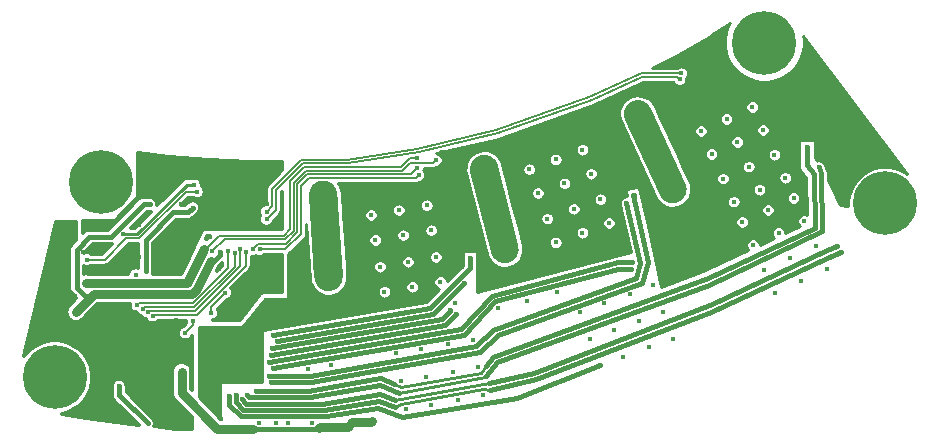
<source format=gbr>
G04 #@! TF.GenerationSoftware,KiCad,Pcbnew,(5.1.10)-1*
G04 #@! TF.CreationDate,2022-10-21T14:01:49-07:00*
G04 #@! TF.ProjectId,Motor_Gen2P,4d6f746f-725f-4476-956e-32502e6b6963,rev?*
G04 #@! TF.SameCoordinates,Original*
G04 #@! TF.FileFunction,Copper,L3,Inr*
G04 #@! TF.FilePolarity,Positive*
%FSLAX46Y46*%
G04 Gerber Fmt 4.6, Leading zero omitted, Abs format (unit mm)*
G04 Created by KiCad (PCBNEW (5.1.10)-1) date 2022-10-21 14:01:49*
%MOMM*%
%LPD*%
G01*
G04 APERTURE LIST*
G04 #@! TA.AperFunction,ComponentPad*
%ADD10C,0.400000*%
G04 #@! TD*
G04 #@! TA.AperFunction,ComponentPad*
%ADD11C,0.800000*%
G04 #@! TD*
G04 #@! TA.AperFunction,ComponentPad*
%ADD12C,5.400000*%
G04 #@! TD*
G04 #@! TA.AperFunction,ViaPad*
%ADD13C,0.381000*%
G04 #@! TD*
G04 #@! TA.AperFunction,Conductor*
%ADD14C,0.381000*%
G04 #@! TD*
G04 #@! TA.AperFunction,Conductor*
%ADD15C,0.762000*%
G04 #@! TD*
G04 #@! TA.AperFunction,Conductor*
%ADD16C,0.152400*%
G04 #@! TD*
G04 #@! TA.AperFunction,Conductor*
%ADD17C,0.254000*%
G04 #@! TD*
G04 #@! TA.AperFunction,Conductor*
%ADD18C,0.355600*%
G04 #@! TD*
G04 #@! TA.AperFunction,Conductor*
%ADD19C,0.100000*%
G04 #@! TD*
G04 APERTURE END LIST*
G04 #@! TA.AperFunction,ComponentPad*
G36*
G01*
X104333632Y-82393914D02*
X103869714Y-75409304D01*
G75*
G02*
X104987547Y-74132413I1197362J79529D01*
G01*
X104987547Y-74132413D01*
G75*
G02*
X106264438Y-75250246I79529J-1197362D01*
G01*
X106728356Y-82234856D01*
G75*
G02*
X105610523Y-83511747I-1197362J-79529D01*
G01*
X105610523Y-83511747D01*
G75*
G02*
X104333632Y-82393914I-79529J1197362D01*
G01*
G37*
G04 #@! TD.AperFunction*
D10*
X123246645Y-75196717D03*
X122511302Y-73176378D03*
X124766564Y-72355529D03*
X127021826Y-71534681D03*
X127757170Y-73555020D03*
X125501907Y-74375869D03*
X124033291Y-77358010D03*
X124768635Y-79378349D03*
X127023897Y-78557501D03*
X129279159Y-77736652D03*
X128543816Y-75716313D03*
X126288554Y-76537162D03*
X130496717Y-89053355D03*
X128476378Y-89788698D03*
X127655529Y-87533436D03*
X126834681Y-85278174D03*
X128855020Y-84542830D03*
X129675869Y-86798093D03*
X132658010Y-88266709D03*
X134678349Y-87531365D03*
X133857501Y-85276103D03*
X133036652Y-83020841D03*
X131016313Y-83756184D03*
X131837162Y-86011446D03*
X137959119Y-71888994D03*
X137050490Y-69940432D03*
X139225629Y-68926148D03*
X141400768Y-67911864D03*
X142309397Y-69860426D03*
X140134258Y-70874710D03*
X138931141Y-73973501D03*
X139839771Y-75922063D03*
X142014909Y-74907779D03*
X144190048Y-73893496D03*
X143281419Y-71944934D03*
X141106280Y-72959218D03*
X141459119Y-79588994D03*
X140550490Y-77640432D03*
X142725629Y-76626148D03*
X144900768Y-75611864D03*
X145809397Y-77560426D03*
X143634258Y-78574710D03*
X142431141Y-81673501D03*
X143339771Y-83622063D03*
X145514909Y-82607779D03*
X147690048Y-81593496D03*
X146781419Y-79644934D03*
X144606280Y-80659218D03*
X109486006Y-79175544D03*
X109112663Y-77058207D03*
X111476201Y-76641452D03*
X113839740Y-76224696D03*
X114213083Y-78342033D03*
X111849545Y-78758788D03*
X109885397Y-81440602D03*
X110258741Y-83557938D03*
X112622279Y-83141183D03*
X114985818Y-82724427D03*
X114612474Y-80607090D03*
X112248936Y-81023846D03*
X114214463Y-93101840D03*
X112097126Y-93475183D03*
X111680371Y-91111645D03*
X111263615Y-88748106D03*
X113380952Y-88374763D03*
X113797707Y-90738301D03*
X116479521Y-92702449D03*
X118596857Y-92329105D03*
X118180102Y-89965567D03*
X117763346Y-87602028D03*
X115646009Y-87975372D03*
X116062765Y-90338910D03*
G04 #@! TA.AperFunction,ComponentPad*
G36*
G01*
X119270068Y-80226037D02*
X117541074Y-73442927D01*
G75*
G02*
X118407494Y-71983709I1162819J296399D01*
G01*
X118407494Y-71983709D01*
G75*
G02*
X119866712Y-72850129I296399J-1162819D01*
G01*
X121595706Y-79633239D01*
G75*
G02*
X120729286Y-81092457I-1162819J-296399D01*
G01*
X120729286Y-81092457D01*
G75*
G02*
X119270068Y-80226037I-296399J1162819D01*
G01*
G37*
G04 #@! TD.AperFunction*
G04 #@! TA.AperFunction,ComponentPad*
G36*
G01*
X133561712Y-75373596D02*
X130625548Y-69019154D01*
G75*
G02*
X131211539Y-67426479I1089333J503342D01*
G01*
X131211539Y-67426479D01*
G75*
G02*
X132804214Y-68012470I503342J-1089333D01*
G01*
X135740378Y-74366912D01*
G75*
G02*
X135154387Y-75959587I-1089333J-503342D01*
G01*
X135154387Y-75959587D01*
G75*
G02*
X133561712Y-75373596I-503342J1089333D01*
G01*
G37*
G04 #@! TD.AperFunction*
D11*
X154052457Y-74642585D03*
X152620566Y-74049476D03*
X151188675Y-74642585D03*
X150595566Y-76074476D03*
X151188675Y-77506367D03*
X152620566Y-78099476D03*
X154052457Y-77506367D03*
X154645566Y-76074476D03*
D12*
X152620566Y-76074476D03*
D11*
X143850604Y-61025316D03*
X142418713Y-60432207D03*
X140986822Y-61025316D03*
X140393713Y-62457207D03*
X140986822Y-63889098D03*
X142418713Y-64482207D03*
X143850604Y-63889098D03*
X144443713Y-62457207D03*
D12*
X142418713Y-62457207D03*
D11*
X83795475Y-89371230D03*
X82363584Y-88778121D03*
X80931693Y-89371230D03*
X80338584Y-90803121D03*
X80931693Y-92235012D03*
X82363584Y-92828121D03*
X83795475Y-92235012D03*
X84388584Y-90803121D03*
D12*
X82363584Y-90803121D03*
D11*
X87669284Y-72803145D03*
X86237393Y-72210036D03*
X84805502Y-72803145D03*
X84212393Y-74235036D03*
X84805502Y-75666927D03*
X86237393Y-76260036D03*
X87669284Y-75666927D03*
X88262393Y-74235036D03*
D12*
X86237393Y-74235036D03*
D13*
X87800000Y-91525000D03*
X90200000Y-94700000D03*
X90375000Y-76150000D03*
X84150000Y-85275000D03*
X96300000Y-80200000D03*
X93275000Y-88125000D03*
X92625000Y-88000000D03*
X89200000Y-82100000D03*
X83150000Y-84500000D03*
X82500000Y-83300000D03*
X82800000Y-79850000D03*
X82800000Y-80950000D03*
X82900000Y-85900000D03*
X81825000Y-85900000D03*
X87100000Y-94325000D03*
X86300000Y-94325000D03*
X88000000Y-94325000D03*
X95500000Y-78875000D03*
X114625000Y-72400000D03*
X95700000Y-80125000D03*
X84100000Y-77700000D03*
X82500000Y-77700000D03*
X80400000Y-87900000D03*
X85800000Y-89200000D03*
X84100000Y-93800000D03*
X87100000Y-92200000D03*
X90600000Y-91800000D03*
X91500000Y-86900000D03*
X86500000Y-86900000D03*
X88800000Y-90000000D03*
X86900000Y-85600000D03*
X100500000Y-81700000D03*
X101500000Y-81200000D03*
X82250000Y-83900000D03*
X84050000Y-83900000D03*
X86100000Y-85300000D03*
X92650002Y-85925000D03*
X96275000Y-81600000D03*
X89550000Y-85575000D03*
X88650000Y-84650000D03*
X84987500Y-82812500D03*
X86900000Y-82850000D03*
X94995375Y-79895375D03*
X112975000Y-72200000D03*
X90050000Y-81800000D03*
X94050000Y-76425000D03*
X88950000Y-79500000D03*
X89450000Y-80575000D03*
X92025000Y-78700000D03*
X93250000Y-78700000D03*
X89450000Y-77875000D03*
X91300000Y-75600000D03*
X92825000Y-74325000D03*
X93350000Y-73875000D03*
X92225000Y-74975000D03*
X90375000Y-74975000D03*
X90250000Y-72975000D03*
X91375000Y-73000000D03*
X100300000Y-72925000D03*
X100300000Y-76125000D03*
X90175000Y-76975000D03*
X85700000Y-79475000D03*
X93075000Y-76125000D03*
X93850000Y-79975000D03*
X94325000Y-79175000D03*
X84800000Y-82000000D03*
X84800000Y-77600000D03*
X87925000Y-80275000D03*
X84775000Y-80225000D03*
X91075000Y-80125000D03*
X91650000Y-72200000D03*
X96825000Y-72550000D03*
X99975000Y-78200000D03*
X96425000Y-78200000D03*
X96425000Y-76725000D03*
X101575000Y-75500000D03*
X98500000Y-74200000D03*
X98200000Y-77400000D03*
X135400000Y-65049994D03*
X100275000Y-76775000D03*
X131150000Y-81650000D03*
X100800000Y-90025000D03*
X135250000Y-65575000D03*
X100275000Y-77425000D03*
X148875000Y-80175000D03*
X97693400Y-92325000D03*
X131200000Y-81075000D03*
X100450000Y-89525000D03*
X116325000Y-85425000D03*
X100625000Y-88925000D03*
X147025000Y-73000000D03*
X98600000Y-92275000D03*
X100500000Y-90675000D03*
X130750000Y-76050000D03*
X117000000Y-82775000D03*
X101125000Y-87725000D03*
X94825000Y-89500000D03*
X94825000Y-88100000D03*
X98900000Y-89500000D03*
X98900000Y-88125000D03*
X97550000Y-86775000D03*
X96175000Y-86775000D03*
X97550000Y-90825000D03*
X96175000Y-90800000D03*
X96175000Y-88125000D03*
X97550000Y-88125000D03*
X97525000Y-89475000D03*
X96175000Y-89475000D03*
X126500000Y-70000000D03*
X126500000Y-69000000D03*
X125500000Y-69000000D03*
X125500000Y-70000000D03*
X124500000Y-71000000D03*
X124500000Y-70000000D03*
X123500000Y-70000000D03*
X123500000Y-71000000D03*
X122500000Y-71000000D03*
X122500000Y-70000000D03*
X116450000Y-75325000D03*
X116800000Y-77025000D03*
X117175000Y-78975000D03*
X117475000Y-80700000D03*
X114800000Y-77375000D03*
X115150000Y-79350000D03*
X115450000Y-81050000D03*
X129425000Y-70225000D03*
X130075000Y-71800000D03*
X130750000Y-73700000D03*
X131375000Y-75325000D03*
X129450000Y-76025000D03*
X128850000Y-74375000D03*
X128175000Y-72525000D03*
X127575000Y-70925000D03*
X122500000Y-72000000D03*
X123500000Y-72000000D03*
X125500000Y-71000000D03*
X126500000Y-71000000D03*
X127500000Y-70000000D03*
X127500000Y-69000000D03*
X121500000Y-71000000D03*
X121500000Y-72000000D03*
X120500000Y-71000000D03*
X128500000Y-69000000D03*
X128500000Y-70000000D03*
X128500000Y-71000000D03*
X128500000Y-68000000D03*
X143775000Y-66350000D03*
X144475000Y-67900000D03*
X145300000Y-69725000D03*
X146050000Y-71300000D03*
X143475000Y-70600000D03*
X142625000Y-68775000D03*
X142000000Y-67425000D03*
X153000000Y-72000000D03*
X151500000Y-72000000D03*
X150000000Y-72000000D03*
X148500000Y-72000000D03*
X148500000Y-75000000D03*
X148500000Y-73500000D03*
X150000000Y-73500000D03*
X147000000Y-72000000D03*
X147000000Y-70500000D03*
X148500000Y-70500000D03*
X150000000Y-70500000D03*
X151500000Y-70500000D03*
X150000000Y-69000000D03*
X148500000Y-69000000D03*
X147000000Y-69000000D03*
X148500000Y-67500000D03*
X139000000Y-67500000D03*
X140500000Y-67500000D03*
X140500000Y-66000000D03*
X139000000Y-66000000D03*
X139000000Y-64500000D03*
X142000000Y-66000000D03*
X139000000Y-63000000D03*
X137500000Y-64500000D03*
X137500000Y-63000000D03*
X134400000Y-81300000D03*
X138700000Y-79300000D03*
X136600000Y-80300000D03*
X135500000Y-80800000D03*
X137700000Y-79800000D03*
X134900000Y-79500000D03*
X136000000Y-79000000D03*
X137100000Y-78500000D03*
X119900000Y-84900000D03*
X124900000Y-83600000D03*
X122300000Y-84300000D03*
X121800000Y-82400000D03*
X119400000Y-83000000D03*
X114475000Y-75675000D03*
X101525000Y-85100000D03*
X103400000Y-84975000D03*
X100800000Y-87225000D03*
X100650000Y-91225000D03*
X101525000Y-86450000D03*
X103550000Y-86100000D03*
X103750000Y-90125000D03*
X116200000Y-84475000D03*
X98925000Y-86800000D03*
X98900000Y-90825000D03*
X94825000Y-90850000D03*
X99350000Y-91966357D03*
X99675000Y-94633400D03*
X101050000Y-94633400D03*
X102075000Y-94633400D03*
X104100000Y-94633400D03*
X96425000Y-94325000D03*
X105725000Y-89750000D03*
X105450000Y-85800000D03*
X115100000Y-71700000D03*
X116600000Y-71500000D03*
X115200000Y-73700000D03*
X148575000Y-79700000D03*
X98183410Y-92650000D03*
X115850000Y-85125000D03*
X100700000Y-88350000D03*
X109200000Y-94525000D03*
X97100000Y-92375000D03*
X107150000Y-94975000D03*
X98100000Y-95150000D03*
X93100000Y-91100000D03*
X93100000Y-90325000D03*
X94161039Y-74511039D03*
X88125000Y-78675000D03*
X94425000Y-75100000D03*
X85050000Y-80825000D03*
X94075000Y-86025000D03*
X93394100Y-87050000D03*
X95612490Y-85362490D03*
X96800000Y-83650000D03*
X98500000Y-80225000D03*
X90645377Y-85607088D03*
X98013898Y-79948672D03*
X90217595Y-85288450D03*
X97565404Y-80237431D03*
X89782062Y-84978351D03*
X97000000Y-80100000D03*
X89300000Y-84674998D03*
X113025000Y-73050000D03*
X99100000Y-79975000D03*
X113150884Y-73681413D03*
X99700000Y-79975000D03*
D14*
X87800000Y-92300000D02*
X90200000Y-94700000D01*
X87800000Y-91525000D02*
X87800000Y-92300000D01*
X89875000Y-76150000D02*
X90375000Y-76150000D01*
X87100000Y-78925000D02*
X89875000Y-76150000D01*
X84200000Y-80010566D02*
X85285566Y-78925000D01*
X85285566Y-78925000D02*
X87100000Y-78925000D01*
X84200000Y-83225000D02*
X84200000Y-80010566D01*
X84900000Y-83925000D02*
X84200000Y-83225000D01*
X96300000Y-80469407D02*
X96300000Y-80200000D01*
X95844407Y-80925000D02*
X96300000Y-80469407D01*
X95600000Y-80925000D02*
X95844407Y-80925000D01*
D15*
X93930272Y-83764410D02*
X94308476Y-83386206D01*
X94308476Y-83386206D02*
X95600000Y-80925000D01*
X85660590Y-83764410D02*
X93930272Y-83764410D01*
D14*
X85200000Y-83925000D02*
X85350000Y-84075000D01*
D15*
X85350000Y-84075000D02*
X85660590Y-83764410D01*
D14*
X84900000Y-83925000D02*
X85200000Y-83925000D01*
D15*
X84150000Y-85275000D02*
X85350000Y-84075000D01*
D16*
X96720189Y-79104811D02*
X95700000Y-80125000D01*
X102579811Y-78401256D02*
X101876256Y-79104811D01*
X102579811Y-74313387D02*
X102579811Y-78401256D01*
X103603767Y-73289431D02*
X102579811Y-74313387D01*
X111785570Y-73289430D02*
X103603767Y-73289431D01*
X112450000Y-72625000D02*
X111785570Y-73289430D01*
X114625000Y-72400000D02*
X114400000Y-72625000D01*
X114400000Y-72625000D02*
X112450000Y-72625000D01*
X101876256Y-79104811D02*
X96720189Y-79104811D01*
D15*
X85025000Y-82850000D02*
X84987500Y-82812500D01*
X86900000Y-82850000D02*
X85025000Y-82850000D01*
X93500000Y-82850000D02*
X94000000Y-81975000D01*
X86900000Y-82850000D02*
X93500000Y-82850000D01*
X94000000Y-81975000D02*
X94995375Y-79895375D01*
D16*
X101750000Y-78800000D02*
X96250000Y-78800000D01*
X102275000Y-74187132D02*
X102275000Y-78275000D01*
X102275000Y-78275000D02*
X101750000Y-78800000D01*
X111640380Y-72984620D02*
X103477512Y-72984620D01*
X112425000Y-72200000D02*
X111640380Y-72984620D01*
X96250000Y-78800000D02*
X95154625Y-79895375D01*
X112975000Y-72200000D02*
X112425000Y-72200000D01*
X103477512Y-72984620D02*
X102275000Y-74187132D01*
X95154625Y-79895375D02*
X94995375Y-79895375D01*
D14*
X93650000Y-76825000D02*
X94050000Y-76425000D01*
X92375000Y-76825000D02*
X93650000Y-76825000D01*
X90050000Y-79150000D02*
X92375000Y-76825000D01*
X90050000Y-81800000D02*
X90050000Y-79150000D01*
D16*
X132025000Y-65049994D02*
X135400000Y-65049994D01*
X119700000Y-69875000D02*
X127600000Y-67050000D01*
X113025000Y-71425000D02*
X119700000Y-69875000D01*
X127600000Y-67050000D02*
X132025000Y-65049994D01*
X103225000Y-72375000D02*
X107050000Y-72375000D01*
X100750000Y-74850000D02*
X103225000Y-72375000D01*
X100750000Y-76300000D02*
X100750000Y-74850000D01*
X107050000Y-72375000D02*
X113025000Y-71425000D01*
X100275000Y-76775000D02*
X100750000Y-76300000D01*
D14*
X117025000Y-87175000D02*
X100800000Y-90025000D01*
X119600000Y-84375000D02*
X117025000Y-87175000D01*
X130075000Y-81625000D02*
X119600000Y-84375000D01*
X131125000Y-81625000D02*
X130075000Y-81625000D01*
X131150000Y-81650000D02*
X131125000Y-81625000D01*
X100800000Y-90025000D02*
X100825000Y-90025000D01*
D16*
X101054810Y-76645190D02*
X100275000Y-77425000D01*
X135250000Y-65575000D02*
X135029804Y-65354804D01*
X103351256Y-72679810D02*
X101054810Y-74976256D01*
X135029804Y-65354804D02*
X132090684Y-65354804D01*
X127821516Y-67294499D02*
X119902570Y-70126274D01*
X132090684Y-65354804D02*
X127827609Y-67281623D01*
X127827609Y-67281623D02*
X127821516Y-67294499D01*
X113204839Y-71696159D02*
X113197551Y-71706203D01*
X119902570Y-70126274D02*
X119891928Y-70143352D01*
X119891928Y-70143352D02*
X113204839Y-71696159D01*
X113197551Y-71706203D02*
X107195574Y-72660492D01*
X107195574Y-72660492D02*
X107176256Y-72679810D01*
X107176256Y-72679810D02*
X103351256Y-72679810D01*
X101054810Y-74976256D02*
X101054810Y-76645190D01*
D14*
X137925000Y-85275000D02*
X123125000Y-90975000D01*
X123125000Y-90975000D02*
X119175000Y-91850000D01*
X147700000Y-80700000D02*
X137925000Y-85275000D01*
X148875000Y-80175000D02*
X147700000Y-80700000D01*
D17*
X118575000Y-91825000D02*
X111700000Y-93050000D01*
X111700000Y-93050000D02*
X111150000Y-93325000D01*
X119175000Y-91850000D02*
X118575000Y-91825000D01*
D14*
X97650000Y-92900000D02*
X97650000Y-92368400D01*
X111125000Y-93300000D02*
X109800000Y-92775000D01*
X109800000Y-92775000D02*
X105172246Y-93566589D01*
X98316589Y-93566589D02*
X97650000Y-92900000D01*
X105172246Y-93566589D02*
X98316589Y-93566589D01*
X97650000Y-92368400D02*
X97693400Y-92325000D01*
X116750000Y-86675000D02*
X100450000Y-89525000D01*
X119325000Y-83875000D02*
X116750000Y-86675000D01*
X130000000Y-81075000D02*
X119325000Y-83875000D01*
X131200000Y-81075000D02*
X130000000Y-81075000D01*
X100450000Y-89525000D02*
X100450000Y-89525000D01*
X115410689Y-86335689D02*
X100625000Y-88925000D01*
X115414310Y-86335689D02*
X115410689Y-86335689D01*
X116325000Y-85425000D02*
X115414310Y-86335689D01*
D17*
X111450000Y-92100000D02*
X118800000Y-90800000D01*
D14*
X147225000Y-73475000D02*
X147025000Y-73000000D01*
X147300000Y-78450000D02*
X147225000Y-73475000D01*
X137750000Y-83000000D02*
X147300000Y-78450000D01*
X119825000Y-89525000D02*
X137750000Y-83000000D01*
X118850000Y-90725000D02*
X119825000Y-89525000D01*
X109925000Y-91425000D02*
X111450000Y-92100000D01*
X103920323Y-92499767D02*
X109925000Y-91425000D01*
X98824767Y-92499767D02*
X103920323Y-92499767D01*
X98600000Y-92275000D02*
X98824767Y-92499767D01*
X130750000Y-76050000D02*
X131925250Y-81149750D01*
X131925250Y-81149750D02*
X131550000Y-82350000D01*
X103923946Y-90673946D02*
X103922892Y-90675000D01*
X103922892Y-90675000D02*
X100500000Y-90675000D01*
X118025000Y-88125000D02*
X103923946Y-90673946D01*
X119475000Y-86750000D02*
X118025000Y-88125000D01*
X131550000Y-82350000D02*
X119475000Y-86750000D01*
X114375000Y-85400000D02*
X101125000Y-87725000D01*
X117000000Y-82775000D02*
X114375000Y-85400000D01*
X101125000Y-87725000D02*
X101125000Y-87725000D01*
X114075000Y-84900000D02*
X100800000Y-87225000D01*
X117475000Y-81525000D02*
X114075000Y-84900000D01*
X117475000Y-80700000D02*
X117475000Y-81525000D01*
X100800000Y-87225000D02*
X100800000Y-87225000D01*
X131375000Y-75325000D02*
X131325000Y-75375000D01*
X119475000Y-89050000D02*
X118850000Y-89875000D01*
X137650000Y-82425000D02*
X119475000Y-89050000D01*
X146725000Y-78125000D02*
X137650000Y-82425000D01*
X146050000Y-72800000D02*
X146650000Y-73600000D01*
X146650000Y-73600000D02*
X146725000Y-78125000D01*
X146050000Y-71300000D02*
X146050000Y-72800000D01*
D17*
X118450000Y-90425000D02*
X118850000Y-89875000D01*
X111625000Y-91625000D02*
X118450000Y-90425000D01*
X111100000Y-91400000D02*
X111625000Y-91625000D01*
D14*
X131325000Y-75375000D02*
X132561416Y-81038584D01*
X104046908Y-91225000D02*
X100650000Y-91225000D01*
X118325000Y-88650000D02*
X104048454Y-91223454D01*
X104048454Y-91223454D02*
X104046908Y-91225000D01*
X119850000Y-87200000D02*
X118325000Y-88650000D01*
X132050000Y-82800000D02*
X119850000Y-87200000D01*
X132561416Y-81038584D02*
X132050000Y-82800000D01*
X103754404Y-91966356D02*
X99350000Y-91966357D01*
X109854717Y-90880316D02*
X103754404Y-91966356D01*
X110000000Y-90875000D02*
X109854717Y-90880316D01*
X111100000Y-91325000D02*
X110000000Y-90875000D01*
X122925000Y-90450000D02*
X119125000Y-91275000D01*
X147750000Y-80025000D02*
X137950000Y-84625000D01*
X137950000Y-84625000D02*
X122925000Y-90450000D01*
X148575000Y-79700000D02*
X147750000Y-80025000D01*
D17*
X119125000Y-91275000D02*
X111175000Y-92725000D01*
D14*
X111150000Y-92725000D02*
X109875000Y-92175000D01*
X104998036Y-93033178D02*
X98566588Y-93033178D01*
X98566588Y-93033178D02*
X98183410Y-92650000D01*
X109875000Y-92175000D02*
X104998036Y-93033178D01*
X115850000Y-85145645D02*
X115850000Y-85125000D01*
X115158736Y-85836909D02*
X115850000Y-85145645D01*
X100700000Y-88350000D02*
X115158736Y-85836909D01*
X121475000Y-92525000D02*
X128476378Y-89788698D01*
X111750000Y-94175000D02*
X121475000Y-92525000D01*
X109725000Y-93400000D02*
X111750000Y-94175000D01*
X105300000Y-94100000D02*
X109725000Y-93400000D01*
X98075000Y-94100000D02*
X105300000Y-94100000D01*
X97100000Y-93125000D02*
X98075000Y-94100000D01*
X97100000Y-92375000D02*
X97100000Y-93125000D01*
X104575000Y-94975000D02*
X104383199Y-95166801D01*
X107150000Y-94975000D02*
X104575000Y-94975000D01*
D15*
X107150000Y-94975000D02*
X107550000Y-94575000D01*
X109150000Y-94575000D02*
X109200000Y-94525000D01*
X107550000Y-94575000D02*
X109150000Y-94575000D01*
X104829774Y-94975000D02*
X104702387Y-95102387D01*
X107150000Y-94975000D02*
X104829774Y-94975000D01*
X96100000Y-95150000D02*
X93100000Y-92150000D01*
X93100000Y-92150000D02*
X93100000Y-90900000D01*
X93100000Y-90900000D02*
X93100000Y-90325000D01*
X93100000Y-90325000D02*
X93100000Y-90325000D01*
D14*
X98116801Y-95166801D02*
X98100000Y-95150000D01*
D15*
X96116801Y-95166801D02*
X96100000Y-95150000D01*
X99166801Y-95166801D02*
X96116801Y-95166801D01*
D14*
X104383199Y-95166801D02*
X99166801Y-95166801D01*
X99166801Y-95166801D02*
X98116801Y-95166801D01*
D17*
X93509415Y-74511039D02*
X89345454Y-78675000D01*
X94161039Y-74511039D02*
X93509415Y-74511039D01*
X89345454Y-78675000D02*
X88125000Y-78675000D01*
D16*
X94425000Y-75100000D02*
X93423362Y-75100000D01*
X93423362Y-75100000D02*
X89492752Y-79030610D01*
X86595270Y-80825000D02*
X85050000Y-80825000D01*
X88389660Y-79030610D02*
X86595270Y-80825000D01*
X89492752Y-79030610D02*
X88389660Y-79030610D01*
X94075000Y-86369100D02*
X93394100Y-87050000D01*
X94075000Y-86025000D02*
X94075000Y-86369100D01*
X95600000Y-84850000D02*
X96800000Y-83650000D01*
X95600000Y-85350000D02*
X95600000Y-84850000D01*
X95612490Y-85362490D02*
X95600000Y-85350000D01*
X94349990Y-85500010D02*
X90752455Y-85500010D01*
X90752455Y-85500010D02*
X90645377Y-85607088D01*
X98500000Y-81350000D02*
X94349990Y-85500010D01*
X98500000Y-80225000D02*
X98500000Y-81350000D01*
X94234312Y-85184622D02*
X90321423Y-85184622D01*
X98013898Y-79948672D02*
X98013898Y-81405036D01*
X90321423Y-85184622D02*
X90217595Y-85288450D01*
X98013898Y-81405036D02*
X94234312Y-85184622D01*
X89905602Y-84854811D02*
X89782062Y-84978351D01*
X94133057Y-84854811D02*
X89905602Y-84854811D01*
X97565404Y-81422464D02*
X94133057Y-84854811D01*
X97565404Y-80237431D02*
X97565404Y-81422464D01*
X97000000Y-80100000D02*
X97000000Y-81556802D01*
X89490499Y-84484499D02*
X89300000Y-84674998D01*
X97000000Y-81556802D02*
X94072303Y-84484499D01*
X94072303Y-84484499D02*
X89490499Y-84484499D01*
X99550000Y-79525000D02*
X99100000Y-79975000D01*
X101887134Y-79525000D02*
X99550000Y-79525000D01*
X102884622Y-78527512D02*
X101887134Y-79525000D01*
X102884622Y-74439642D02*
X102884622Y-78527512D01*
X103730024Y-73594240D02*
X102884622Y-74439642D01*
X112480760Y-73594240D02*
X103730024Y-73594240D01*
X113025000Y-73050000D02*
X112480760Y-73594240D01*
X113150884Y-73681413D02*
X112933247Y-73899050D01*
X103189433Y-74565897D02*
X103189433Y-78653768D01*
X112933247Y-73899050D02*
X103856279Y-73899051D01*
X103856279Y-73899051D02*
X103189433Y-74565897D01*
X103189433Y-78653768D02*
X101868201Y-79975000D01*
X101868201Y-79975000D02*
X99700000Y-79975000D01*
D18*
X89427700Y-81520744D02*
X89381518Y-81501615D01*
X89261291Y-81477700D01*
X89138709Y-81477700D01*
X89018482Y-81501615D01*
X88905230Y-81548525D01*
X88803307Y-81616628D01*
X88716628Y-81703307D01*
X88648525Y-81805230D01*
X88601615Y-81918482D01*
X88580984Y-82022200D01*
X85182235Y-82022200D01*
X85146836Y-82011462D01*
X84987500Y-81995768D01*
X84828164Y-82011462D01*
X84822300Y-82013241D01*
X84822300Y-81404256D01*
X84868482Y-81423385D01*
X84988709Y-81447300D01*
X85111291Y-81447300D01*
X85231518Y-81423385D01*
X85344770Y-81376475D01*
X85409835Y-81333000D01*
X86570326Y-81333000D01*
X86595270Y-81335457D01*
X86620214Y-81333000D01*
X86620217Y-81333000D01*
X86694855Y-81325649D01*
X86790613Y-81296601D01*
X86878865Y-81249429D01*
X86956218Y-81185948D01*
X86972125Y-81166565D01*
X88600080Y-79538610D01*
X89427701Y-79538610D01*
X89427700Y-81520744D01*
G04 #@! TA.AperFunction,Conductor*
D19*
G36*
X89427700Y-81520744D02*
G01*
X89381518Y-81501615D01*
X89261291Y-81477700D01*
X89138709Y-81477700D01*
X89018482Y-81501615D01*
X88905230Y-81548525D01*
X88803307Y-81616628D01*
X88716628Y-81703307D01*
X88648525Y-81805230D01*
X88601615Y-81918482D01*
X88580984Y-82022200D01*
X85182235Y-82022200D01*
X85146836Y-82011462D01*
X84987500Y-81995768D01*
X84828164Y-82011462D01*
X84822300Y-82013241D01*
X84822300Y-81404256D01*
X84868482Y-81423385D01*
X84988709Y-81447300D01*
X85111291Y-81447300D01*
X85231518Y-81423385D01*
X85344770Y-81376475D01*
X85409835Y-81333000D01*
X86570326Y-81333000D01*
X86595270Y-81335457D01*
X86620214Y-81333000D01*
X86620217Y-81333000D01*
X86694855Y-81325649D01*
X86790613Y-81296601D01*
X86878865Y-81249429D01*
X86956218Y-81185948D01*
X86972125Y-81166565D01*
X88600080Y-79538610D01*
X89427701Y-79538610D01*
X89427700Y-81520744D01*
G37*
G04 #@! TD.AperFunction*
D18*
X92002553Y-72139720D02*
X92006335Y-72140139D01*
X92010061Y-72140670D01*
X92025117Y-72142218D01*
X95409677Y-72436368D01*
X95413480Y-72436608D01*
X95417222Y-72436963D01*
X95432334Y-72437800D01*
X98826993Y-72572188D01*
X98830773Y-72572248D01*
X98834557Y-72572428D01*
X98849693Y-72572551D01*
X101622200Y-72551600D01*
X101622200Y-73259380D01*
X100408430Y-74473150D01*
X100389053Y-74489052D01*
X100373151Y-74508429D01*
X100373150Y-74508430D01*
X100325571Y-74566405D01*
X100292092Y-74629041D01*
X100278400Y-74654657D01*
X100256784Y-74725917D01*
X100249352Y-74750416D01*
X100239543Y-74850000D01*
X100242001Y-74874954D01*
X100242000Y-76089579D01*
X100170231Y-76161348D01*
X100093482Y-76176615D01*
X99980230Y-76223525D01*
X99878307Y-76291628D01*
X99791628Y-76378307D01*
X99723525Y-76480230D01*
X99676615Y-76593482D01*
X99652700Y-76713709D01*
X99652700Y-76836291D01*
X99676615Y-76956518D01*
X99723525Y-77069770D01*
X99743724Y-77100000D01*
X99723525Y-77130230D01*
X99676615Y-77243482D01*
X99652700Y-77363709D01*
X99652700Y-77486291D01*
X99676615Y-77606518D01*
X99723525Y-77719770D01*
X99791628Y-77821693D01*
X99878307Y-77908372D01*
X99980230Y-77976475D01*
X100093482Y-78023385D01*
X100213709Y-78047300D01*
X100336291Y-78047300D01*
X100456518Y-78023385D01*
X100569770Y-77976475D01*
X100671693Y-77908372D01*
X100758372Y-77821693D01*
X100826475Y-77719770D01*
X100873385Y-77606518D01*
X100888652Y-77529768D01*
X101396375Y-77022045D01*
X101415758Y-77006138D01*
X101479239Y-76928785D01*
X101526411Y-76840533D01*
X101555459Y-76744775D01*
X101562810Y-76670137D01*
X101562810Y-76670134D01*
X101565267Y-76645190D01*
X101562810Y-76620246D01*
X101562810Y-75186676D01*
X101622200Y-75127286D01*
X101622200Y-78209380D01*
X101609380Y-78222200D01*
X95000000Y-78222200D01*
X94965313Y-78225616D01*
X94931959Y-78235734D01*
X94901220Y-78252165D01*
X94874276Y-78274276D01*
X94852165Y-78301220D01*
X94839315Y-78323886D01*
X94157646Y-79762966D01*
X93279620Y-81597416D01*
X93036886Y-82022200D01*
X90632898Y-82022200D01*
X90636630Y-82009897D01*
X90648385Y-81981518D01*
X90654377Y-81951392D01*
X90663296Y-81921992D01*
X90666307Y-81891418D01*
X90672300Y-81861291D01*
X90672300Y-79407764D01*
X92632765Y-77447300D01*
X93619431Y-77447300D01*
X93650000Y-77450311D01*
X93680569Y-77447300D01*
X93680572Y-77447300D01*
X93771992Y-77438296D01*
X93889296Y-77402712D01*
X93997404Y-77344927D01*
X94092162Y-77267162D01*
X94111657Y-77243407D01*
X94446690Y-76908374D01*
X94446693Y-76908372D01*
X94533372Y-76821693D01*
X94550442Y-76796146D01*
X94569926Y-76772405D01*
X94584404Y-76745318D01*
X94601475Y-76719770D01*
X94613233Y-76691384D01*
X94627711Y-76664297D01*
X94636627Y-76634903D01*
X94648385Y-76606518D01*
X94654379Y-76576386D01*
X94663295Y-76546993D01*
X94666306Y-76516425D01*
X94672300Y-76486291D01*
X94672300Y-76455570D01*
X94675311Y-76425001D01*
X94672300Y-76394432D01*
X94672300Y-76363709D01*
X94666306Y-76333573D01*
X94663295Y-76303009D01*
X94654380Y-76273620D01*
X94648385Y-76243482D01*
X94636625Y-76215091D01*
X94627711Y-76185705D01*
X94613236Y-76158624D01*
X94601475Y-76130230D01*
X94584401Y-76104677D01*
X94569926Y-76077596D01*
X94550444Y-76053858D01*
X94533372Y-76028307D01*
X94511643Y-76006578D01*
X94492161Y-75982839D01*
X94468422Y-75963357D01*
X94446693Y-75941628D01*
X94421142Y-75924556D01*
X94397404Y-75905074D01*
X94370323Y-75890599D01*
X94344770Y-75873525D01*
X94316376Y-75861764D01*
X94289295Y-75847289D01*
X94259909Y-75838375D01*
X94231518Y-75826615D01*
X94201380Y-75820620D01*
X94171991Y-75811705D01*
X94141427Y-75808694D01*
X94111291Y-75802700D01*
X94080568Y-75802700D01*
X94049999Y-75799689D01*
X94019430Y-75802700D01*
X93988709Y-75802700D01*
X93958575Y-75808694D01*
X93928007Y-75811705D01*
X93898614Y-75820621D01*
X93868482Y-75826615D01*
X93840097Y-75838373D01*
X93810703Y-75847289D01*
X93783616Y-75861767D01*
X93755230Y-75873525D01*
X93729682Y-75890596D01*
X93702595Y-75905074D01*
X93678854Y-75924558D01*
X93653307Y-75941628D01*
X93566628Y-76028307D01*
X93566626Y-76028310D01*
X93392236Y-76202700D01*
X93039083Y-76202700D01*
X93633783Y-75608000D01*
X94065165Y-75608000D01*
X94130230Y-75651475D01*
X94243482Y-75698385D01*
X94363709Y-75722300D01*
X94486291Y-75722300D01*
X94606518Y-75698385D01*
X94719770Y-75651475D01*
X94821693Y-75583372D01*
X94908372Y-75496693D01*
X94976475Y-75394770D01*
X95023385Y-75281518D01*
X95047300Y-75161291D01*
X95047300Y-75038709D01*
X95023385Y-74918482D01*
X94976475Y-74805230D01*
X94908372Y-74703307D01*
X94821693Y-74616628D01*
X94780061Y-74588810D01*
X94783339Y-74572330D01*
X94783339Y-74449748D01*
X94759424Y-74329521D01*
X94712514Y-74216269D01*
X94644411Y-74114346D01*
X94557732Y-74027667D01*
X94455809Y-73959564D01*
X94342557Y-73912654D01*
X94222330Y-73888739D01*
X94099748Y-73888739D01*
X93979521Y-73912654D01*
X93883953Y-73952239D01*
X93536856Y-73952239D01*
X93509414Y-73949536D01*
X93481972Y-73952239D01*
X93481971Y-73952239D01*
X93399871Y-73960325D01*
X93294537Y-73992278D01*
X93197461Y-74044166D01*
X93112372Y-74113996D01*
X93094877Y-74135314D01*
X90991936Y-76238255D01*
X90997300Y-76211291D01*
X90997300Y-76180572D01*
X91000311Y-76150000D01*
X90997300Y-76119428D01*
X90997300Y-76088709D01*
X90991307Y-76058582D01*
X90988296Y-76028008D01*
X90979377Y-75998608D01*
X90973385Y-75968482D01*
X90961630Y-75940103D01*
X90952712Y-75910704D01*
X90938231Y-75883613D01*
X90926475Y-75855230D01*
X90909407Y-75829686D01*
X90894927Y-75802596D01*
X90875439Y-75778850D01*
X90858372Y-75753307D01*
X90836652Y-75731587D01*
X90817162Y-75707838D01*
X90793413Y-75688348D01*
X90771693Y-75666628D01*
X90746150Y-75649561D01*
X90722404Y-75630073D01*
X90695314Y-75615593D01*
X90669770Y-75598525D01*
X90641387Y-75586769D01*
X90614296Y-75572288D01*
X90584897Y-75563370D01*
X90556518Y-75551615D01*
X90526392Y-75545623D01*
X90496992Y-75536704D01*
X90466418Y-75533693D01*
X90436291Y-75527700D01*
X89905569Y-75527700D01*
X89875000Y-75524689D01*
X89844431Y-75527700D01*
X89844428Y-75527700D01*
X89753008Y-75536704D01*
X89637969Y-75571601D01*
X89635704Y-75572288D01*
X89527595Y-75630073D01*
X89501517Y-75651475D01*
X89432838Y-75707838D01*
X89413347Y-75731588D01*
X86842236Y-78302700D01*
X85316134Y-78302700D01*
X85285565Y-78299689D01*
X85254996Y-78302700D01*
X85254994Y-78302700D01*
X85163574Y-78311704D01*
X85046270Y-78347288D01*
X85016789Y-78363046D01*
X84938161Y-78405073D01*
X84908235Y-78429633D01*
X84843404Y-78482838D01*
X84823915Y-78506586D01*
X84777800Y-78552701D01*
X84777800Y-77577800D01*
X87300000Y-77577800D01*
X87334687Y-77574384D01*
X87368041Y-77564266D01*
X87398780Y-77547835D01*
X87425724Y-77525724D01*
X89325724Y-75625724D01*
X89347835Y-75598780D01*
X89364266Y-75568041D01*
X89374384Y-75534687D01*
X89377800Y-75500000D01*
X89377800Y-71786377D01*
X92002553Y-72139720D01*
G04 #@! TA.AperFunction,Conductor*
D19*
G36*
X92002553Y-72139720D02*
G01*
X92006335Y-72140139D01*
X92010061Y-72140670D01*
X92025117Y-72142218D01*
X95409677Y-72436368D01*
X95413480Y-72436608D01*
X95417222Y-72436963D01*
X95432334Y-72437800D01*
X98826993Y-72572188D01*
X98830773Y-72572248D01*
X98834557Y-72572428D01*
X98849693Y-72572551D01*
X101622200Y-72551600D01*
X101622200Y-73259380D01*
X100408430Y-74473150D01*
X100389053Y-74489052D01*
X100373151Y-74508429D01*
X100373150Y-74508430D01*
X100325571Y-74566405D01*
X100292092Y-74629041D01*
X100278400Y-74654657D01*
X100256784Y-74725917D01*
X100249352Y-74750416D01*
X100239543Y-74850000D01*
X100242001Y-74874954D01*
X100242000Y-76089579D01*
X100170231Y-76161348D01*
X100093482Y-76176615D01*
X99980230Y-76223525D01*
X99878307Y-76291628D01*
X99791628Y-76378307D01*
X99723525Y-76480230D01*
X99676615Y-76593482D01*
X99652700Y-76713709D01*
X99652700Y-76836291D01*
X99676615Y-76956518D01*
X99723525Y-77069770D01*
X99743724Y-77100000D01*
X99723525Y-77130230D01*
X99676615Y-77243482D01*
X99652700Y-77363709D01*
X99652700Y-77486291D01*
X99676615Y-77606518D01*
X99723525Y-77719770D01*
X99791628Y-77821693D01*
X99878307Y-77908372D01*
X99980230Y-77976475D01*
X100093482Y-78023385D01*
X100213709Y-78047300D01*
X100336291Y-78047300D01*
X100456518Y-78023385D01*
X100569770Y-77976475D01*
X100671693Y-77908372D01*
X100758372Y-77821693D01*
X100826475Y-77719770D01*
X100873385Y-77606518D01*
X100888652Y-77529768D01*
X101396375Y-77022045D01*
X101415758Y-77006138D01*
X101479239Y-76928785D01*
X101526411Y-76840533D01*
X101555459Y-76744775D01*
X101562810Y-76670137D01*
X101562810Y-76670134D01*
X101565267Y-76645190D01*
X101562810Y-76620246D01*
X101562810Y-75186676D01*
X101622200Y-75127286D01*
X101622200Y-78209380D01*
X101609380Y-78222200D01*
X95000000Y-78222200D01*
X94965313Y-78225616D01*
X94931959Y-78235734D01*
X94901220Y-78252165D01*
X94874276Y-78274276D01*
X94852165Y-78301220D01*
X94839315Y-78323886D01*
X94157646Y-79762966D01*
X93279620Y-81597416D01*
X93036886Y-82022200D01*
X90632898Y-82022200D01*
X90636630Y-82009897D01*
X90648385Y-81981518D01*
X90654377Y-81951392D01*
X90663296Y-81921992D01*
X90666307Y-81891418D01*
X90672300Y-81861291D01*
X90672300Y-79407764D01*
X92632765Y-77447300D01*
X93619431Y-77447300D01*
X93650000Y-77450311D01*
X93680569Y-77447300D01*
X93680572Y-77447300D01*
X93771992Y-77438296D01*
X93889296Y-77402712D01*
X93997404Y-77344927D01*
X94092162Y-77267162D01*
X94111657Y-77243407D01*
X94446690Y-76908374D01*
X94446693Y-76908372D01*
X94533372Y-76821693D01*
X94550442Y-76796146D01*
X94569926Y-76772405D01*
X94584404Y-76745318D01*
X94601475Y-76719770D01*
X94613233Y-76691384D01*
X94627711Y-76664297D01*
X94636627Y-76634903D01*
X94648385Y-76606518D01*
X94654379Y-76576386D01*
X94663295Y-76546993D01*
X94666306Y-76516425D01*
X94672300Y-76486291D01*
X94672300Y-76455570D01*
X94675311Y-76425001D01*
X94672300Y-76394432D01*
X94672300Y-76363709D01*
X94666306Y-76333573D01*
X94663295Y-76303009D01*
X94654380Y-76273620D01*
X94648385Y-76243482D01*
X94636625Y-76215091D01*
X94627711Y-76185705D01*
X94613236Y-76158624D01*
X94601475Y-76130230D01*
X94584401Y-76104677D01*
X94569926Y-76077596D01*
X94550444Y-76053858D01*
X94533372Y-76028307D01*
X94511643Y-76006578D01*
X94492161Y-75982839D01*
X94468422Y-75963357D01*
X94446693Y-75941628D01*
X94421142Y-75924556D01*
X94397404Y-75905074D01*
X94370323Y-75890599D01*
X94344770Y-75873525D01*
X94316376Y-75861764D01*
X94289295Y-75847289D01*
X94259909Y-75838375D01*
X94231518Y-75826615D01*
X94201380Y-75820620D01*
X94171991Y-75811705D01*
X94141427Y-75808694D01*
X94111291Y-75802700D01*
X94080568Y-75802700D01*
X94049999Y-75799689D01*
X94019430Y-75802700D01*
X93988709Y-75802700D01*
X93958575Y-75808694D01*
X93928007Y-75811705D01*
X93898614Y-75820621D01*
X93868482Y-75826615D01*
X93840097Y-75838373D01*
X93810703Y-75847289D01*
X93783616Y-75861767D01*
X93755230Y-75873525D01*
X93729682Y-75890596D01*
X93702595Y-75905074D01*
X93678854Y-75924558D01*
X93653307Y-75941628D01*
X93566628Y-76028307D01*
X93566626Y-76028310D01*
X93392236Y-76202700D01*
X93039083Y-76202700D01*
X93633783Y-75608000D01*
X94065165Y-75608000D01*
X94130230Y-75651475D01*
X94243482Y-75698385D01*
X94363709Y-75722300D01*
X94486291Y-75722300D01*
X94606518Y-75698385D01*
X94719770Y-75651475D01*
X94821693Y-75583372D01*
X94908372Y-75496693D01*
X94976475Y-75394770D01*
X95023385Y-75281518D01*
X95047300Y-75161291D01*
X95047300Y-75038709D01*
X95023385Y-74918482D01*
X94976475Y-74805230D01*
X94908372Y-74703307D01*
X94821693Y-74616628D01*
X94780061Y-74588810D01*
X94783339Y-74572330D01*
X94783339Y-74449748D01*
X94759424Y-74329521D01*
X94712514Y-74216269D01*
X94644411Y-74114346D01*
X94557732Y-74027667D01*
X94455809Y-73959564D01*
X94342557Y-73912654D01*
X94222330Y-73888739D01*
X94099748Y-73888739D01*
X93979521Y-73912654D01*
X93883953Y-73952239D01*
X93536856Y-73952239D01*
X93509414Y-73949536D01*
X93481972Y-73952239D01*
X93481971Y-73952239D01*
X93399871Y-73960325D01*
X93294537Y-73992278D01*
X93197461Y-74044166D01*
X93112372Y-74113996D01*
X93094877Y-74135314D01*
X90991936Y-76238255D01*
X90997300Y-76211291D01*
X90997300Y-76180572D01*
X91000311Y-76150000D01*
X90997300Y-76119428D01*
X90997300Y-76088709D01*
X90991307Y-76058582D01*
X90988296Y-76028008D01*
X90979377Y-75998608D01*
X90973385Y-75968482D01*
X90961630Y-75940103D01*
X90952712Y-75910704D01*
X90938231Y-75883613D01*
X90926475Y-75855230D01*
X90909407Y-75829686D01*
X90894927Y-75802596D01*
X90875439Y-75778850D01*
X90858372Y-75753307D01*
X90836652Y-75731587D01*
X90817162Y-75707838D01*
X90793413Y-75688348D01*
X90771693Y-75666628D01*
X90746150Y-75649561D01*
X90722404Y-75630073D01*
X90695314Y-75615593D01*
X90669770Y-75598525D01*
X90641387Y-75586769D01*
X90614296Y-75572288D01*
X90584897Y-75563370D01*
X90556518Y-75551615D01*
X90526392Y-75545623D01*
X90496992Y-75536704D01*
X90466418Y-75533693D01*
X90436291Y-75527700D01*
X89905569Y-75527700D01*
X89875000Y-75524689D01*
X89844431Y-75527700D01*
X89844428Y-75527700D01*
X89753008Y-75536704D01*
X89637969Y-75571601D01*
X89635704Y-75572288D01*
X89527595Y-75630073D01*
X89501517Y-75651475D01*
X89432838Y-75707838D01*
X89413347Y-75731588D01*
X86842236Y-78302700D01*
X85316134Y-78302700D01*
X85285565Y-78299689D01*
X85254996Y-78302700D01*
X85254994Y-78302700D01*
X85163574Y-78311704D01*
X85046270Y-78347288D01*
X85016789Y-78363046D01*
X84938161Y-78405073D01*
X84908235Y-78429633D01*
X84843404Y-78482838D01*
X84823915Y-78506586D01*
X84777800Y-78552701D01*
X84777800Y-77577800D01*
X87300000Y-77577800D01*
X87334687Y-77574384D01*
X87368041Y-77564266D01*
X87398780Y-77547835D01*
X87425724Y-77525724D01*
X89325724Y-75625724D01*
X89347835Y-75598780D01*
X89364266Y-75568041D01*
X89374384Y-75534687D01*
X89377800Y-75500000D01*
X89377800Y-71786377D01*
X92002553Y-72139720D01*
G37*
G04 #@! TD.AperFunction*
D18*
X86384850Y-80317000D02*
X85409835Y-80317000D01*
X85344770Y-80273525D01*
X85231518Y-80226615D01*
X85111291Y-80202700D01*
X84988709Y-80202700D01*
X84868482Y-80226615D01*
X84860857Y-80229773D01*
X85543331Y-79547300D01*
X87069431Y-79547300D01*
X87100000Y-79550311D01*
X87130569Y-79547300D01*
X87130572Y-79547300D01*
X87157170Y-79544680D01*
X86384850Y-80317000D01*
G04 #@! TA.AperFunction,Conductor*
D19*
G36*
X86384850Y-80317000D02*
G01*
X85409835Y-80317000D01*
X85344770Y-80273525D01*
X85231518Y-80226615D01*
X85111291Y-80202700D01*
X84988709Y-80202700D01*
X84868482Y-80226615D01*
X84860857Y-80229773D01*
X85543331Y-79547300D01*
X87069431Y-79547300D01*
X87100000Y-79550311D01*
X87130569Y-79547300D01*
X87130572Y-79547300D01*
X87157170Y-79544680D01*
X86384850Y-80317000D01*
G37*
G04 #@! TD.AperFunction*
D18*
X89113992Y-78116200D02*
X88788864Y-78116200D01*
X90132765Y-76772300D01*
X90436291Y-76772300D01*
X90463255Y-76766936D01*
X89113992Y-78116200D01*
G04 #@! TA.AperFunction,Conductor*
D19*
G36*
X89113992Y-78116200D02*
G01*
X88788864Y-78116200D01*
X90132765Y-76772300D01*
X90436291Y-76772300D01*
X90463255Y-76766936D01*
X89113992Y-78116200D01*
G37*
G04 #@! TD.AperFunction*
D17*
X139463274Y-60877492D02*
X139211875Y-61484423D01*
X139083713Y-62128738D01*
X139083713Y-62785676D01*
X139211875Y-63429991D01*
X139463274Y-64036922D01*
X139828249Y-64583146D01*
X140292774Y-65047671D01*
X140838998Y-65412646D01*
X141445929Y-65664045D01*
X142090244Y-65792207D01*
X142747182Y-65792207D01*
X143391497Y-65664045D01*
X143998428Y-65412646D01*
X144544652Y-65047671D01*
X145009177Y-64583146D01*
X145374152Y-64036922D01*
X145625551Y-63429991D01*
X145753713Y-62785676D01*
X145753713Y-62128738D01*
X145707185Y-61894827D01*
X154490175Y-73618222D01*
X154079967Y-73344129D01*
X153519261Y-73111877D01*
X152924018Y-72993476D01*
X152317114Y-72993476D01*
X151721871Y-73111877D01*
X151161165Y-73344129D01*
X150656543Y-73681307D01*
X150227397Y-74110453D01*
X149890219Y-74615075D01*
X149657967Y-75175781D01*
X149539566Y-75771024D01*
X149539566Y-76332840D01*
X148788023Y-76187656D01*
X147805361Y-74058555D01*
X147796897Y-73497111D01*
X147799255Y-73471655D01*
X147796051Y-73440955D01*
X147796011Y-73438315D01*
X147793145Y-73413117D01*
X147787569Y-73359688D01*
X147786779Y-73357138D01*
X147786478Y-73354489D01*
X147770116Y-73303340D01*
X147762608Y-73279099D01*
X147761584Y-73276666D01*
X147752179Y-73247266D01*
X147739789Y-73224903D01*
X147552383Y-72779815D01*
X147531457Y-72729293D01*
X147514854Y-72704444D01*
X147500618Y-72678180D01*
X147483661Y-72657761D01*
X147468913Y-72635690D01*
X147447782Y-72614559D01*
X147428695Y-72591576D01*
X147408083Y-72574860D01*
X147389310Y-72556087D01*
X147364461Y-72539484D01*
X147341258Y-72520666D01*
X147317782Y-72508293D01*
X147295707Y-72493543D01*
X147268094Y-72482106D01*
X147241668Y-72468178D01*
X147216226Y-72460622D01*
X147191700Y-72450463D01*
X147162392Y-72444633D01*
X147133752Y-72436127D01*
X147107326Y-72433680D01*
X147081288Y-72428500D01*
X147051403Y-72428500D01*
X147021657Y-72425745D01*
X146995260Y-72428500D01*
X146968712Y-72428500D01*
X146939406Y-72434329D01*
X146909689Y-72437431D01*
X146893562Y-72442426D01*
X146727000Y-72164822D01*
X146727000Y-70800000D01*
X146724560Y-70775224D01*
X146717333Y-70751399D01*
X146705597Y-70729443D01*
X146689803Y-70710197D01*
X146670557Y-70694403D01*
X146648601Y-70682667D01*
X146624776Y-70675440D01*
X146600000Y-70673000D01*
X145500000Y-70673000D01*
X145475224Y-70675440D01*
X145451399Y-70682667D01*
X145429443Y-70694403D01*
X145410197Y-70710197D01*
X145394403Y-70729443D01*
X145382667Y-70751399D01*
X145375440Y-70775224D01*
X145373007Y-70801323D01*
X145398007Y-73201323D01*
X145400705Y-73226073D01*
X145408180Y-73249820D01*
X145426864Y-73280612D01*
X145974161Y-73946886D01*
X146053281Y-77032577D01*
X145978868Y-77001754D01*
X145866620Y-76979426D01*
X145752174Y-76979426D01*
X145639926Y-77001754D01*
X145534190Y-77045551D01*
X145439031Y-77109134D01*
X145358105Y-77190060D01*
X145294522Y-77285219D01*
X145250725Y-77390955D01*
X145228397Y-77503203D01*
X145228397Y-77617649D01*
X145250725Y-77729897D01*
X145294522Y-77835633D01*
X145358105Y-77930792D01*
X145438355Y-78011042D01*
X144215258Y-78574491D01*
X144215258Y-78517487D01*
X144192930Y-78405239D01*
X144149133Y-78299503D01*
X144085550Y-78204344D01*
X144004624Y-78123418D01*
X143909465Y-78059835D01*
X143803729Y-78016038D01*
X143691481Y-77993710D01*
X143577035Y-77993710D01*
X143464787Y-78016038D01*
X143359051Y-78059835D01*
X143263892Y-78123418D01*
X143182966Y-78204344D01*
X143119383Y-78299503D01*
X143075586Y-78405239D01*
X143053258Y-78517487D01*
X143053258Y-78631933D01*
X143075586Y-78744181D01*
X143119383Y-78849917D01*
X143182966Y-78945076D01*
X143254827Y-79016937D01*
X142040119Y-79576522D01*
X142040119Y-79531771D01*
X142017791Y-79419523D01*
X141973994Y-79313787D01*
X141910411Y-79218628D01*
X141829485Y-79137702D01*
X141734326Y-79074119D01*
X141628590Y-79030322D01*
X141516342Y-79007994D01*
X141401896Y-79007994D01*
X141289648Y-79030322D01*
X141183912Y-79074119D01*
X141088753Y-79137702D01*
X141007827Y-79218628D01*
X140944244Y-79313787D01*
X140900447Y-79419523D01*
X140878119Y-79531771D01*
X140878119Y-79646217D01*
X140900447Y-79758465D01*
X140944244Y-79864201D01*
X141007827Y-79959360D01*
X141071299Y-80022832D01*
X137250891Y-81782795D01*
X133692000Y-83129402D01*
X132452263Y-77583209D01*
X139969490Y-77583209D01*
X139969490Y-77697655D01*
X139991818Y-77809903D01*
X140035615Y-77915639D01*
X140099198Y-78010798D01*
X140180124Y-78091724D01*
X140275283Y-78155307D01*
X140381019Y-78199104D01*
X140493267Y-78221432D01*
X140607713Y-78221432D01*
X140719961Y-78199104D01*
X140825697Y-78155307D01*
X140920856Y-78091724D01*
X141001782Y-78010798D01*
X141065365Y-77915639D01*
X141109162Y-77809903D01*
X141131490Y-77697655D01*
X141131490Y-77583209D01*
X141109162Y-77470961D01*
X141065365Y-77365225D01*
X141001782Y-77270066D01*
X140920856Y-77189140D01*
X140825697Y-77125557D01*
X140719961Y-77081760D01*
X140607713Y-77059432D01*
X140493267Y-77059432D01*
X140381019Y-77081760D01*
X140275283Y-77125557D01*
X140180124Y-77189140D01*
X140099198Y-77270066D01*
X140035615Y-77365225D01*
X139991818Y-77470961D01*
X139969490Y-77583209D01*
X132452263Y-77583209D01*
X132225541Y-76568925D01*
X142144629Y-76568925D01*
X142144629Y-76683371D01*
X142166957Y-76795619D01*
X142210754Y-76901355D01*
X142274337Y-76996514D01*
X142355263Y-77077440D01*
X142450422Y-77141023D01*
X142556158Y-77184820D01*
X142668406Y-77207148D01*
X142782852Y-77207148D01*
X142895100Y-77184820D01*
X143000836Y-77141023D01*
X143095995Y-77077440D01*
X143176921Y-76996514D01*
X143240504Y-76901355D01*
X143284301Y-76795619D01*
X143306629Y-76683371D01*
X143306629Y-76568925D01*
X143284301Y-76456677D01*
X143240504Y-76350941D01*
X143176921Y-76255782D01*
X143095995Y-76174856D01*
X143000836Y-76111273D01*
X142895100Y-76067476D01*
X142782852Y-76045148D01*
X142668406Y-76045148D01*
X142556158Y-76067476D01*
X142450422Y-76111273D01*
X142355263Y-76174856D01*
X142274337Y-76255782D01*
X142210754Y-76350941D01*
X142166957Y-76456677D01*
X142144629Y-76568925D01*
X132225541Y-76568925D01*
X131823941Y-74772295D01*
X131816155Y-74748648D01*
X131803905Y-74726974D01*
X131787662Y-74708106D01*
X131768050Y-74692770D01*
X131745823Y-74681555D01*
X131721835Y-74674891D01*
X131697008Y-74673035D01*
X131672450Y-74676024D01*
X130772450Y-74876024D01*
X130748793Y-74883781D01*
X130727103Y-74896004D01*
X130708216Y-74912224D01*
X130692855Y-74931817D01*
X130681612Y-74954030D01*
X130674918Y-74978010D01*
X130673032Y-75002834D01*
X130675373Y-75024437D01*
X130764337Y-75478152D01*
X130732690Y-75475996D01*
X130713285Y-75478500D01*
X130693712Y-75478500D01*
X130657571Y-75485689D01*
X130621040Y-75490403D01*
X130602495Y-75496645D01*
X130583300Y-75500463D01*
X130549260Y-75514562D01*
X130514345Y-75526314D01*
X130497376Y-75536053D01*
X130479293Y-75543543D01*
X130448651Y-75564018D01*
X130416707Y-75582351D01*
X130401965Y-75595212D01*
X130385690Y-75606087D01*
X130359634Y-75632143D01*
X130331877Y-75656359D01*
X130319926Y-75671851D01*
X130306087Y-75685690D01*
X130285614Y-75716330D01*
X130263116Y-75745494D01*
X130254418Y-75763017D01*
X130243543Y-75779293D01*
X130229442Y-75813335D01*
X130213065Y-75846331D01*
X130207951Y-75865222D01*
X130200463Y-75883300D01*
X130193276Y-75919431D01*
X130183648Y-75954996D01*
X130182318Y-75974519D01*
X130178500Y-75993712D01*
X130178500Y-76030557D01*
X130175996Y-76067310D01*
X130178500Y-76086715D01*
X130178500Y-76106288D01*
X130185690Y-76142432D01*
X130186793Y-76150982D01*
X130191159Y-76169929D01*
X130200463Y-76216700D01*
X130203788Y-76224726D01*
X131108196Y-80149220D01*
X118127000Y-83535620D01*
X118127000Y-80200000D01*
X118124560Y-80175224D01*
X118117333Y-80151399D01*
X118105597Y-80129443D01*
X118089803Y-80110197D01*
X118070557Y-80094403D01*
X118048601Y-80082667D01*
X118024776Y-80075440D01*
X118000000Y-80073000D01*
X117000000Y-80073000D01*
X116975224Y-80075440D01*
X116951399Y-80082667D01*
X116929443Y-80094403D01*
X116910197Y-80110197D01*
X116894403Y-80129443D01*
X116882667Y-80151399D01*
X116875440Y-80175224D01*
X116873000Y-80200000D01*
X116873000Y-81346210D01*
X115557540Y-82620562D01*
X115544490Y-82554956D01*
X115500693Y-82449220D01*
X115437110Y-82354061D01*
X115356184Y-82273135D01*
X115261025Y-82209552D01*
X115155289Y-82165755D01*
X115043041Y-82143427D01*
X114928595Y-82143427D01*
X114816347Y-82165755D01*
X114710611Y-82209552D01*
X114615452Y-82273135D01*
X114534526Y-82354061D01*
X114470943Y-82449220D01*
X114427146Y-82554956D01*
X114404818Y-82667204D01*
X114404818Y-82781650D01*
X114427146Y-82893898D01*
X114470943Y-82999634D01*
X114534526Y-83094793D01*
X114615452Y-83175719D01*
X114710611Y-83239302D01*
X114816347Y-83283099D01*
X114863872Y-83292553D01*
X113739717Y-84381578D01*
X99978240Y-86774878D01*
X99954248Y-86781528D01*
X99932014Y-86792730D01*
X99912393Y-86808054D01*
X99896139Y-86826912D01*
X99883876Y-86848579D01*
X99876075Y-86872222D01*
X99873000Y-86900000D01*
X99873000Y-91173000D01*
X96500000Y-91173000D01*
X96475224Y-91175440D01*
X96451399Y-91182667D01*
X96429443Y-91194403D01*
X96410197Y-91210197D01*
X96394403Y-91229443D01*
X96382667Y-91251399D01*
X96375440Y-91275224D01*
X96373000Y-91300000D01*
X96373000Y-94345370D01*
X94527000Y-92499370D01*
X94527000Y-86527000D01*
X98200000Y-86527000D01*
X98224776Y-86524560D01*
X98248601Y-86517333D01*
X98270557Y-86505597D01*
X98289803Y-86489803D01*
X98299574Y-86478829D01*
X100161439Y-84127000D01*
X102000000Y-84127000D01*
X102024776Y-84124560D01*
X102048601Y-84117333D01*
X102070557Y-84105597D01*
X102089803Y-84089803D01*
X102105597Y-84070557D01*
X102117333Y-84048601D01*
X102124560Y-84024776D01*
X102127000Y-84000000D01*
X102127000Y-80354063D01*
X102193054Y-80299853D01*
X102207375Y-80282403D01*
X103496841Y-78992938D01*
X103514286Y-78978621D01*
X103541816Y-78945076D01*
X103571420Y-78909005D01*
X103613873Y-78829578D01*
X103613874Y-78829577D01*
X103640018Y-78743395D01*
X103646633Y-78676228D01*
X103646633Y-78676219D01*
X103648844Y-78653769D01*
X103646633Y-78631319D01*
X103646633Y-77799518D01*
X103958617Y-82496656D01*
X103996836Y-82726896D01*
X104106793Y-83018270D01*
X104271479Y-83282592D01*
X104484569Y-83509708D01*
X104737871Y-83690887D01*
X105021653Y-83819169D01*
X105325008Y-83889623D01*
X105636280Y-83899541D01*
X105943505Y-83848543D01*
X106234879Y-83738587D01*
X106499201Y-83573900D01*
X106577203Y-83500715D01*
X109677741Y-83500715D01*
X109677741Y-83615161D01*
X109700069Y-83727409D01*
X109743866Y-83833145D01*
X109807449Y-83928304D01*
X109888375Y-84009230D01*
X109983534Y-84072813D01*
X110089270Y-84116610D01*
X110201518Y-84138938D01*
X110315964Y-84138938D01*
X110428212Y-84116610D01*
X110533948Y-84072813D01*
X110629107Y-84009230D01*
X110710033Y-83928304D01*
X110773616Y-83833145D01*
X110817413Y-83727409D01*
X110839741Y-83615161D01*
X110839741Y-83500715D01*
X110817413Y-83388467D01*
X110773616Y-83282731D01*
X110710033Y-83187572D01*
X110629107Y-83106646D01*
X110595155Y-83083960D01*
X112041279Y-83083960D01*
X112041279Y-83198406D01*
X112063607Y-83310654D01*
X112107404Y-83416390D01*
X112170987Y-83511549D01*
X112251913Y-83592475D01*
X112347072Y-83656058D01*
X112452808Y-83699855D01*
X112565056Y-83722183D01*
X112679502Y-83722183D01*
X112791750Y-83699855D01*
X112897486Y-83656058D01*
X112992645Y-83592475D01*
X113073571Y-83511549D01*
X113137154Y-83416390D01*
X113180951Y-83310654D01*
X113203279Y-83198406D01*
X113203279Y-83083960D01*
X113180951Y-82971712D01*
X113137154Y-82865976D01*
X113073571Y-82770817D01*
X112992645Y-82689891D01*
X112897486Y-82626308D01*
X112791750Y-82582511D01*
X112679502Y-82560183D01*
X112565056Y-82560183D01*
X112452808Y-82582511D01*
X112347072Y-82626308D01*
X112251913Y-82689891D01*
X112170987Y-82770817D01*
X112107404Y-82865976D01*
X112063607Y-82971712D01*
X112041279Y-83083960D01*
X110595155Y-83083960D01*
X110533948Y-83043063D01*
X110428212Y-82999266D01*
X110315964Y-82976938D01*
X110201518Y-82976938D01*
X110089270Y-82999266D01*
X109983534Y-83043063D01*
X109888375Y-83106646D01*
X109807449Y-83187572D01*
X109743866Y-83282731D01*
X109700069Y-83388467D01*
X109677741Y-83500715D01*
X106577203Y-83500715D01*
X106726316Y-83360811D01*
X106907496Y-83107508D01*
X107035778Y-82823726D01*
X107106232Y-82520370D01*
X107113665Y-82287098D01*
X107053641Y-81383379D01*
X109304397Y-81383379D01*
X109304397Y-81497825D01*
X109326725Y-81610073D01*
X109370522Y-81715809D01*
X109434105Y-81810968D01*
X109515031Y-81891894D01*
X109610190Y-81955477D01*
X109715926Y-81999274D01*
X109828174Y-82021602D01*
X109942620Y-82021602D01*
X110054868Y-81999274D01*
X110160604Y-81955477D01*
X110255763Y-81891894D01*
X110336689Y-81810968D01*
X110400272Y-81715809D01*
X110444069Y-81610073D01*
X110466397Y-81497825D01*
X110466397Y-81383379D01*
X110444069Y-81271131D01*
X110400272Y-81165395D01*
X110336689Y-81070236D01*
X110255763Y-80989310D01*
X110221810Y-80966623D01*
X111667936Y-80966623D01*
X111667936Y-81081069D01*
X111690264Y-81193317D01*
X111734061Y-81299053D01*
X111797644Y-81394212D01*
X111878570Y-81475138D01*
X111973729Y-81538721D01*
X112079465Y-81582518D01*
X112191713Y-81604846D01*
X112306159Y-81604846D01*
X112418407Y-81582518D01*
X112524143Y-81538721D01*
X112619302Y-81475138D01*
X112700228Y-81394212D01*
X112763811Y-81299053D01*
X112807608Y-81193317D01*
X112829936Y-81081069D01*
X112829936Y-80966623D01*
X112807608Y-80854375D01*
X112763811Y-80748639D01*
X112700228Y-80653480D01*
X112619302Y-80572554D01*
X112585349Y-80549867D01*
X114031474Y-80549867D01*
X114031474Y-80664313D01*
X114053802Y-80776561D01*
X114097599Y-80882297D01*
X114161182Y-80977456D01*
X114242108Y-81058382D01*
X114337267Y-81121965D01*
X114443003Y-81165762D01*
X114555251Y-81188090D01*
X114669697Y-81188090D01*
X114781945Y-81165762D01*
X114887681Y-81121965D01*
X114982840Y-81058382D01*
X115063766Y-80977456D01*
X115127349Y-80882297D01*
X115171146Y-80776561D01*
X115193474Y-80664313D01*
X115193474Y-80549867D01*
X115171146Y-80437619D01*
X115127349Y-80331883D01*
X115063766Y-80236724D01*
X114982840Y-80155798D01*
X114887681Y-80092215D01*
X114781945Y-80048418D01*
X114669697Y-80026090D01*
X114555251Y-80026090D01*
X114443003Y-80048418D01*
X114337267Y-80092215D01*
X114242108Y-80155798D01*
X114161182Y-80236724D01*
X114097599Y-80331883D01*
X114053802Y-80437619D01*
X114031474Y-80549867D01*
X112585349Y-80549867D01*
X112524143Y-80508971D01*
X112418407Y-80465174D01*
X112306159Y-80442846D01*
X112191713Y-80442846D01*
X112079465Y-80465174D01*
X111973729Y-80508971D01*
X111878570Y-80572554D01*
X111797644Y-80653480D01*
X111734061Y-80748639D01*
X111690264Y-80854375D01*
X111667936Y-80966623D01*
X110221810Y-80966623D01*
X110160604Y-80925727D01*
X110054868Y-80881930D01*
X109942620Y-80859602D01*
X109828174Y-80859602D01*
X109715926Y-80881930D01*
X109610190Y-80925727D01*
X109515031Y-80989310D01*
X109434105Y-81070236D01*
X109370522Y-81165395D01*
X109326725Y-81271131D01*
X109304397Y-81383379D01*
X107053641Y-81383379D01*
X106903196Y-79118321D01*
X108905006Y-79118321D01*
X108905006Y-79232767D01*
X108927334Y-79345015D01*
X108971131Y-79450751D01*
X109034714Y-79545910D01*
X109115640Y-79626836D01*
X109210799Y-79690419D01*
X109316535Y-79734216D01*
X109428783Y-79756544D01*
X109543229Y-79756544D01*
X109655477Y-79734216D01*
X109761213Y-79690419D01*
X109856372Y-79626836D01*
X109937298Y-79545910D01*
X110000881Y-79450751D01*
X110044678Y-79345015D01*
X110067006Y-79232767D01*
X110067006Y-79118321D01*
X110044678Y-79006073D01*
X110000881Y-78900337D01*
X109937298Y-78805178D01*
X109856372Y-78724252D01*
X109822419Y-78701565D01*
X111268545Y-78701565D01*
X111268545Y-78816011D01*
X111290873Y-78928259D01*
X111334670Y-79033995D01*
X111398253Y-79129154D01*
X111479179Y-79210080D01*
X111574338Y-79273663D01*
X111680074Y-79317460D01*
X111792322Y-79339788D01*
X111906768Y-79339788D01*
X112019016Y-79317460D01*
X112124752Y-79273663D01*
X112219911Y-79210080D01*
X112300837Y-79129154D01*
X112364420Y-79033995D01*
X112408217Y-78928259D01*
X112430545Y-78816011D01*
X112430545Y-78701565D01*
X112408217Y-78589317D01*
X112364420Y-78483581D01*
X112300837Y-78388422D01*
X112219911Y-78307496D01*
X112185959Y-78284810D01*
X113632083Y-78284810D01*
X113632083Y-78399256D01*
X113654411Y-78511504D01*
X113698208Y-78617240D01*
X113761791Y-78712399D01*
X113842717Y-78793325D01*
X113937876Y-78856908D01*
X114043612Y-78900705D01*
X114155860Y-78923033D01*
X114270306Y-78923033D01*
X114382554Y-78900705D01*
X114488290Y-78856908D01*
X114583449Y-78793325D01*
X114664375Y-78712399D01*
X114727958Y-78617240D01*
X114771755Y-78511504D01*
X114794083Y-78399256D01*
X114794083Y-78284810D01*
X114771755Y-78172562D01*
X114727958Y-78066826D01*
X114664375Y-77971667D01*
X114583449Y-77890741D01*
X114488290Y-77827158D01*
X114382554Y-77783361D01*
X114270306Y-77761033D01*
X114155860Y-77761033D01*
X114043612Y-77783361D01*
X113937876Y-77827158D01*
X113842717Y-77890741D01*
X113761791Y-77971667D01*
X113698208Y-78066826D01*
X113654411Y-78172562D01*
X113632083Y-78284810D01*
X112185959Y-78284810D01*
X112124752Y-78243913D01*
X112019016Y-78200116D01*
X111906768Y-78177788D01*
X111792322Y-78177788D01*
X111680074Y-78200116D01*
X111574338Y-78243913D01*
X111479179Y-78307496D01*
X111398253Y-78388422D01*
X111334670Y-78483581D01*
X111290873Y-78589317D01*
X111268545Y-78701565D01*
X109822419Y-78701565D01*
X109761213Y-78660669D01*
X109655477Y-78616872D01*
X109543229Y-78594544D01*
X109428783Y-78594544D01*
X109316535Y-78616872D01*
X109210799Y-78660669D01*
X109115640Y-78724252D01*
X109034714Y-78805178D01*
X108971131Y-78900337D01*
X108927334Y-79006073D01*
X108905006Y-79118321D01*
X106903196Y-79118321D01*
X106762562Y-77000984D01*
X108531663Y-77000984D01*
X108531663Y-77115430D01*
X108553991Y-77227678D01*
X108597788Y-77333414D01*
X108661371Y-77428573D01*
X108742297Y-77509499D01*
X108837456Y-77573082D01*
X108943192Y-77616879D01*
X109055440Y-77639207D01*
X109169886Y-77639207D01*
X109282134Y-77616879D01*
X109387870Y-77573082D01*
X109483029Y-77509499D01*
X109563955Y-77428573D01*
X109627538Y-77333414D01*
X109671335Y-77227678D01*
X109693663Y-77115430D01*
X109693663Y-77000984D01*
X109671335Y-76888736D01*
X109627538Y-76783000D01*
X109563955Y-76687841D01*
X109483029Y-76606915D01*
X109449077Y-76584229D01*
X110895201Y-76584229D01*
X110895201Y-76698675D01*
X110917529Y-76810923D01*
X110961326Y-76916659D01*
X111024909Y-77011818D01*
X111105835Y-77092744D01*
X111200994Y-77156327D01*
X111306730Y-77200124D01*
X111418978Y-77222452D01*
X111533424Y-77222452D01*
X111645672Y-77200124D01*
X111751408Y-77156327D01*
X111846567Y-77092744D01*
X111927493Y-77011818D01*
X111991076Y-76916659D01*
X112034873Y-76810923D01*
X112057201Y-76698675D01*
X112057201Y-76584229D01*
X112034873Y-76471981D01*
X111991076Y-76366245D01*
X111927493Y-76271086D01*
X111846567Y-76190160D01*
X111812614Y-76167473D01*
X113258740Y-76167473D01*
X113258740Y-76281919D01*
X113281068Y-76394167D01*
X113324865Y-76499903D01*
X113388448Y-76595062D01*
X113469374Y-76675988D01*
X113564533Y-76739571D01*
X113670269Y-76783368D01*
X113782517Y-76805696D01*
X113896963Y-76805696D01*
X114009211Y-76783368D01*
X114114947Y-76739571D01*
X114210106Y-76675988D01*
X114291032Y-76595062D01*
X114354615Y-76499903D01*
X114398412Y-76394167D01*
X114420740Y-76281919D01*
X114420740Y-76167473D01*
X114398412Y-76055225D01*
X114354615Y-75949489D01*
X114291032Y-75854330D01*
X114210106Y-75773404D01*
X114114947Y-75709821D01*
X114009211Y-75666024D01*
X113896963Y-75643696D01*
X113782517Y-75643696D01*
X113670269Y-75666024D01*
X113564533Y-75709821D01*
X113469374Y-75773404D01*
X113388448Y-75854330D01*
X113324865Y-75949489D01*
X113281068Y-76055225D01*
X113258740Y-76167473D01*
X111812614Y-76167473D01*
X111751408Y-76126577D01*
X111645672Y-76082780D01*
X111533424Y-76060452D01*
X111418978Y-76060452D01*
X111306730Y-76082780D01*
X111200994Y-76126577D01*
X111105835Y-76190160D01*
X111024909Y-76271086D01*
X110961326Y-76366245D01*
X110917529Y-76471981D01*
X110895201Y-76584229D01*
X109449077Y-76584229D01*
X109387870Y-76543332D01*
X109282134Y-76499535D01*
X109169886Y-76477207D01*
X109055440Y-76477207D01*
X108943192Y-76499535D01*
X108837456Y-76543332D01*
X108742297Y-76606915D01*
X108661371Y-76687841D01*
X108597788Y-76783000D01*
X108553991Y-76888736D01*
X108531663Y-77000984D01*
X106762562Y-77000984D01*
X106639453Y-75147504D01*
X106601234Y-74917264D01*
X106491277Y-74625890D01*
X106326591Y-74361568D01*
X106321602Y-74356250D01*
X112910787Y-74356249D01*
X112933247Y-74358461D01*
X112955707Y-74356249D01*
X113022874Y-74349634D01*
X113109056Y-74323490D01*
X113133058Y-74310661D01*
X113188482Y-74281037D01*
X113227735Y-74248823D01*
X113317584Y-74230950D01*
X113421591Y-74187870D01*
X113515194Y-74125326D01*
X113594797Y-74045723D01*
X113657341Y-73952120D01*
X113700421Y-73848113D01*
X113722384Y-73737701D01*
X113722384Y-73625125D01*
X113700421Y-73514713D01*
X113657341Y-73410706D01*
X113594797Y-73317103D01*
X113551064Y-73273370D01*
X113568590Y-73231056D01*
X117117494Y-73231056D01*
X117152697Y-73461776D01*
X118920055Y-80395400D01*
X118999592Y-80614820D01*
X119160806Y-80881276D01*
X119370904Y-81111161D01*
X119621814Y-81295640D01*
X119903892Y-81427626D01*
X120206299Y-81502044D01*
X120517415Y-81516036D01*
X120825281Y-81469063D01*
X121118069Y-81362932D01*
X121384525Y-81201718D01*
X121614410Y-80991620D01*
X121798889Y-80740710D01*
X121930875Y-80458632D01*
X122005293Y-80156225D01*
X122019286Y-79845109D01*
X121984083Y-79614388D01*
X121909332Y-79321126D01*
X124187635Y-79321126D01*
X124187635Y-79435572D01*
X124209963Y-79547820D01*
X124253760Y-79653556D01*
X124317343Y-79748715D01*
X124398269Y-79829641D01*
X124493428Y-79893224D01*
X124599164Y-79937021D01*
X124711412Y-79959349D01*
X124825858Y-79959349D01*
X124938106Y-79937021D01*
X125043842Y-79893224D01*
X125139001Y-79829641D01*
X125219927Y-79748715D01*
X125283510Y-79653556D01*
X125327307Y-79547820D01*
X125349635Y-79435572D01*
X125349635Y-79321126D01*
X125327307Y-79208878D01*
X125283510Y-79103142D01*
X125219927Y-79007983D01*
X125139001Y-78927057D01*
X125043842Y-78863474D01*
X124938106Y-78819677D01*
X124825858Y-78797349D01*
X124711412Y-78797349D01*
X124599164Y-78819677D01*
X124493428Y-78863474D01*
X124398269Y-78927057D01*
X124317343Y-79007983D01*
X124253760Y-79103142D01*
X124209963Y-79208878D01*
X124187635Y-79321126D01*
X121909332Y-79321126D01*
X121700101Y-78500278D01*
X126442897Y-78500278D01*
X126442897Y-78614724D01*
X126465225Y-78726972D01*
X126509022Y-78832708D01*
X126572605Y-78927867D01*
X126653531Y-79008793D01*
X126748690Y-79072376D01*
X126854426Y-79116173D01*
X126966674Y-79138501D01*
X127081120Y-79138501D01*
X127193368Y-79116173D01*
X127299104Y-79072376D01*
X127394263Y-79008793D01*
X127475189Y-78927867D01*
X127538772Y-78832708D01*
X127582569Y-78726972D01*
X127604897Y-78614724D01*
X127604897Y-78500278D01*
X127582569Y-78388030D01*
X127538772Y-78282294D01*
X127475189Y-78187135D01*
X127394263Y-78106209D01*
X127299104Y-78042626D01*
X127193368Y-77998829D01*
X127081120Y-77976501D01*
X126966674Y-77976501D01*
X126854426Y-77998829D01*
X126748690Y-78042626D01*
X126653531Y-78106209D01*
X126572605Y-78187135D01*
X126509022Y-78282294D01*
X126465225Y-78388030D01*
X126442897Y-78500278D01*
X121700101Y-78500278D01*
X121394354Y-77300787D01*
X123452291Y-77300787D01*
X123452291Y-77415233D01*
X123474619Y-77527481D01*
X123518416Y-77633217D01*
X123581999Y-77728376D01*
X123662925Y-77809302D01*
X123758084Y-77872885D01*
X123863820Y-77916682D01*
X123976068Y-77939010D01*
X124090514Y-77939010D01*
X124202762Y-77916682D01*
X124308498Y-77872885D01*
X124403657Y-77809302D01*
X124484583Y-77728376D01*
X124517288Y-77679429D01*
X128698159Y-77679429D01*
X128698159Y-77793875D01*
X128720487Y-77906123D01*
X128764284Y-78011859D01*
X128827867Y-78107018D01*
X128908793Y-78187944D01*
X129003952Y-78251527D01*
X129109688Y-78295324D01*
X129221936Y-78317652D01*
X129336382Y-78317652D01*
X129448630Y-78295324D01*
X129554366Y-78251527D01*
X129649525Y-78187944D01*
X129730451Y-78107018D01*
X129794034Y-78011859D01*
X129837831Y-77906123D01*
X129860159Y-77793875D01*
X129860159Y-77679429D01*
X129837831Y-77567181D01*
X129794034Y-77461445D01*
X129730451Y-77366286D01*
X129649525Y-77285360D01*
X129554366Y-77221777D01*
X129448630Y-77177980D01*
X129336382Y-77155652D01*
X129221936Y-77155652D01*
X129109688Y-77177980D01*
X129003952Y-77221777D01*
X128908793Y-77285360D01*
X128827867Y-77366286D01*
X128764284Y-77461445D01*
X128720487Y-77567181D01*
X128698159Y-77679429D01*
X124517288Y-77679429D01*
X124548166Y-77633217D01*
X124591963Y-77527481D01*
X124614291Y-77415233D01*
X124614291Y-77300787D01*
X124591963Y-77188539D01*
X124548166Y-77082803D01*
X124484583Y-76987644D01*
X124403657Y-76906718D01*
X124308498Y-76843135D01*
X124202762Y-76799338D01*
X124090514Y-76777010D01*
X123976068Y-76777010D01*
X123863820Y-76799338D01*
X123758084Y-76843135D01*
X123662925Y-76906718D01*
X123581999Y-76987644D01*
X123518416Y-77082803D01*
X123474619Y-77188539D01*
X123452291Y-77300787D01*
X121394354Y-77300787D01*
X121185123Y-76479939D01*
X125707554Y-76479939D01*
X125707554Y-76594385D01*
X125729882Y-76706633D01*
X125773679Y-76812369D01*
X125837262Y-76907528D01*
X125918188Y-76988454D01*
X126013347Y-77052037D01*
X126119083Y-77095834D01*
X126231331Y-77118162D01*
X126345777Y-77118162D01*
X126458025Y-77095834D01*
X126563761Y-77052037D01*
X126658920Y-76988454D01*
X126739846Y-76907528D01*
X126803429Y-76812369D01*
X126847226Y-76706633D01*
X126869554Y-76594385D01*
X126869554Y-76479939D01*
X126847226Y-76367691D01*
X126803429Y-76261955D01*
X126739846Y-76166796D01*
X126658920Y-76085870D01*
X126563761Y-76022287D01*
X126458025Y-75978490D01*
X126345777Y-75956162D01*
X126231331Y-75956162D01*
X126119083Y-75978490D01*
X126013347Y-76022287D01*
X125918188Y-76085870D01*
X125837262Y-76166796D01*
X125773679Y-76261955D01*
X125729882Y-76367691D01*
X125707554Y-76479939D01*
X121185123Y-76479939D01*
X120843447Y-75139494D01*
X122665645Y-75139494D01*
X122665645Y-75253940D01*
X122687973Y-75366188D01*
X122731770Y-75471924D01*
X122795353Y-75567083D01*
X122876279Y-75648009D01*
X122971438Y-75711592D01*
X123077174Y-75755389D01*
X123189422Y-75777717D01*
X123303868Y-75777717D01*
X123416116Y-75755389D01*
X123521852Y-75711592D01*
X123600427Y-75659090D01*
X127962816Y-75659090D01*
X127962816Y-75773536D01*
X127985144Y-75885784D01*
X128028941Y-75991520D01*
X128092524Y-76086679D01*
X128173450Y-76167605D01*
X128268609Y-76231188D01*
X128374345Y-76274985D01*
X128486593Y-76297313D01*
X128601039Y-76297313D01*
X128713287Y-76274985D01*
X128819023Y-76231188D01*
X128914182Y-76167605D01*
X128995108Y-76086679D01*
X129058691Y-75991520D01*
X129102488Y-75885784D01*
X129124816Y-75773536D01*
X129124816Y-75659090D01*
X129102488Y-75546842D01*
X129058691Y-75441106D01*
X128995108Y-75345947D01*
X128914182Y-75265021D01*
X128819023Y-75201438D01*
X128713287Y-75157641D01*
X128601039Y-75135313D01*
X128486593Y-75135313D01*
X128374345Y-75157641D01*
X128268609Y-75201438D01*
X128173450Y-75265021D01*
X128092524Y-75345947D01*
X128028941Y-75441106D01*
X127985144Y-75546842D01*
X127962816Y-75659090D01*
X123600427Y-75659090D01*
X123617011Y-75648009D01*
X123697937Y-75567083D01*
X123761520Y-75471924D01*
X123805317Y-75366188D01*
X123827645Y-75253940D01*
X123827645Y-75139494D01*
X123805317Y-75027246D01*
X123761520Y-74921510D01*
X123697937Y-74826351D01*
X123617011Y-74745425D01*
X123521852Y-74681842D01*
X123416116Y-74638045D01*
X123303868Y-74615717D01*
X123189422Y-74615717D01*
X123077174Y-74638045D01*
X122971438Y-74681842D01*
X122876279Y-74745425D01*
X122795353Y-74826351D01*
X122731770Y-74921510D01*
X122687973Y-75027246D01*
X122665645Y-75139494D01*
X120843447Y-75139494D01*
X120634216Y-74318646D01*
X124920907Y-74318646D01*
X124920907Y-74433092D01*
X124943235Y-74545340D01*
X124987032Y-74651076D01*
X125050615Y-74746235D01*
X125131541Y-74827161D01*
X125226700Y-74890744D01*
X125332436Y-74934541D01*
X125444684Y-74956869D01*
X125559130Y-74956869D01*
X125671378Y-74934541D01*
X125777114Y-74890744D01*
X125872273Y-74827161D01*
X125953199Y-74746235D01*
X126016782Y-74651076D01*
X126060579Y-74545340D01*
X126082907Y-74433092D01*
X126082907Y-74318646D01*
X126060579Y-74206398D01*
X126016782Y-74100662D01*
X125953199Y-74005503D01*
X125872273Y-73924577D01*
X125777114Y-73860994D01*
X125671378Y-73817197D01*
X125559130Y-73794869D01*
X125444684Y-73794869D01*
X125332436Y-73817197D01*
X125226700Y-73860994D01*
X125131541Y-73924577D01*
X125050615Y-74005503D01*
X124987032Y-74100662D01*
X124943235Y-74206398D01*
X124920907Y-74318646D01*
X120634216Y-74318646D01*
X120328469Y-73119155D01*
X121930302Y-73119155D01*
X121930302Y-73233601D01*
X121952630Y-73345849D01*
X121996427Y-73451585D01*
X122060010Y-73546744D01*
X122140936Y-73627670D01*
X122236095Y-73691253D01*
X122341831Y-73735050D01*
X122454079Y-73757378D01*
X122568525Y-73757378D01*
X122680773Y-73735050D01*
X122786509Y-73691253D01*
X122881668Y-73627670D01*
X122962594Y-73546744D01*
X122995299Y-73497797D01*
X127176170Y-73497797D01*
X127176170Y-73612243D01*
X127198498Y-73724491D01*
X127242295Y-73830227D01*
X127305878Y-73925386D01*
X127386804Y-74006312D01*
X127481963Y-74069895D01*
X127587699Y-74113692D01*
X127699947Y-74136020D01*
X127814393Y-74136020D01*
X127926641Y-74113692D01*
X128032377Y-74069895D01*
X128127536Y-74006312D01*
X128208462Y-73925386D01*
X128272045Y-73830227D01*
X128315842Y-73724491D01*
X128338170Y-73612243D01*
X128338170Y-73497797D01*
X128315842Y-73385549D01*
X128272045Y-73279813D01*
X128208462Y-73184654D01*
X128127536Y-73103728D01*
X128032377Y-73040145D01*
X127926641Y-72996348D01*
X127814393Y-72974020D01*
X127699947Y-72974020D01*
X127587699Y-72996348D01*
X127481963Y-73040145D01*
X127386804Y-73103728D01*
X127305878Y-73184654D01*
X127242295Y-73279813D01*
X127198498Y-73385549D01*
X127176170Y-73497797D01*
X122995299Y-73497797D01*
X123026177Y-73451585D01*
X123069974Y-73345849D01*
X123092302Y-73233601D01*
X123092302Y-73119155D01*
X123069974Y-73006907D01*
X123026177Y-72901171D01*
X122962594Y-72806012D01*
X122881668Y-72725086D01*
X122786509Y-72661503D01*
X122680773Y-72617706D01*
X122568525Y-72595378D01*
X122454079Y-72595378D01*
X122341831Y-72617706D01*
X122236095Y-72661503D01*
X122140936Y-72725086D01*
X122060010Y-72806012D01*
X121996427Y-72901171D01*
X121952630Y-73006907D01*
X121930302Y-73119155D01*
X120328469Y-73119155D01*
X120216724Y-72680766D01*
X120137187Y-72461346D01*
X120038543Y-72298306D01*
X124185564Y-72298306D01*
X124185564Y-72412752D01*
X124207892Y-72525000D01*
X124251689Y-72630736D01*
X124315272Y-72725895D01*
X124396198Y-72806821D01*
X124491357Y-72870404D01*
X124597093Y-72914201D01*
X124709341Y-72936529D01*
X124823787Y-72936529D01*
X124936035Y-72914201D01*
X125041771Y-72870404D01*
X125136930Y-72806821D01*
X125217856Y-72725895D01*
X125281439Y-72630736D01*
X125325236Y-72525000D01*
X125347564Y-72412752D01*
X125347564Y-72298306D01*
X125325236Y-72186058D01*
X125281439Y-72080322D01*
X125217856Y-71985163D01*
X125136930Y-71904237D01*
X125041771Y-71840654D01*
X124936035Y-71796857D01*
X124823787Y-71774529D01*
X124709341Y-71774529D01*
X124597093Y-71796857D01*
X124491357Y-71840654D01*
X124396198Y-71904237D01*
X124315272Y-71985163D01*
X124251689Y-72080322D01*
X124207892Y-72186058D01*
X124185564Y-72298306D01*
X120038543Y-72298306D01*
X119975973Y-72194890D01*
X119765875Y-71965005D01*
X119514965Y-71780526D01*
X119232887Y-71648540D01*
X118930480Y-71574122D01*
X118619365Y-71560129D01*
X118311499Y-71607103D01*
X118018711Y-71713234D01*
X117752255Y-71874448D01*
X117522370Y-72084546D01*
X117337891Y-72335456D01*
X117205905Y-72617534D01*
X117131487Y-72919941D01*
X117117494Y-73231056D01*
X113568590Y-73231056D01*
X113574537Y-73216700D01*
X113596500Y-73106288D01*
X113596500Y-73082200D01*
X114377550Y-73082200D01*
X114400000Y-73084411D01*
X114422450Y-73082200D01*
X114422460Y-73082200D01*
X114489627Y-73075585D01*
X114575809Y-73049441D01*
X114655236Y-73006987D01*
X114703975Y-72966987D01*
X114791700Y-72949537D01*
X114895707Y-72906457D01*
X114989310Y-72843913D01*
X115068913Y-72764310D01*
X115131457Y-72670707D01*
X115174537Y-72566700D01*
X115196500Y-72456288D01*
X115196500Y-72343712D01*
X115174537Y-72233300D01*
X115131457Y-72129293D01*
X115068913Y-72035690D01*
X114989310Y-71956087D01*
X114895707Y-71893543D01*
X114791700Y-71850463D01*
X114681288Y-71828500D01*
X114656211Y-71828500D01*
X116167958Y-71477458D01*
X126440826Y-71477458D01*
X126440826Y-71591904D01*
X126463154Y-71704152D01*
X126506951Y-71809888D01*
X126570534Y-71905047D01*
X126651460Y-71985973D01*
X126746619Y-72049556D01*
X126852355Y-72093353D01*
X126964603Y-72115681D01*
X127079049Y-72115681D01*
X127191297Y-72093353D01*
X127297033Y-72049556D01*
X127392192Y-71985973D01*
X127473118Y-71905047D01*
X127536701Y-71809888D01*
X127580498Y-71704152D01*
X127602826Y-71591904D01*
X127602826Y-71477458D01*
X127580498Y-71365210D01*
X127536701Y-71259474D01*
X127473118Y-71164315D01*
X127392192Y-71083389D01*
X127297033Y-71019806D01*
X127191297Y-70976009D01*
X127079049Y-70953681D01*
X126964603Y-70953681D01*
X126852355Y-70976009D01*
X126746619Y-71019806D01*
X126651460Y-71083389D01*
X126570534Y-71164315D01*
X126506951Y-71259474D01*
X126463154Y-71365210D01*
X126440826Y-71477458D01*
X116167958Y-71477458D01*
X119973475Y-70593781D01*
X119995829Y-70590859D01*
X120017195Y-70583629D01*
X120017220Y-70583623D01*
X120081150Y-70561987D01*
X120145297Y-70525029D01*
X125585709Y-68579566D01*
X130127512Y-68579566D01*
X130170451Y-68888022D01*
X130247109Y-69108464D01*
X133248424Y-75603907D01*
X133366615Y-75805159D01*
X133573687Y-76037775D01*
X133822160Y-76225523D01*
X134102487Y-76361188D01*
X134403894Y-76439559D01*
X134714799Y-76457622D01*
X135023255Y-76414684D01*
X135317406Y-76312393D01*
X135585950Y-76154682D01*
X135818566Y-75947610D01*
X135881107Y-75864840D01*
X139258771Y-75864840D01*
X139258771Y-75979286D01*
X139281099Y-76091534D01*
X139324896Y-76197270D01*
X139388479Y-76292429D01*
X139469405Y-76373355D01*
X139564564Y-76436938D01*
X139670300Y-76480735D01*
X139782548Y-76503063D01*
X139896994Y-76503063D01*
X140009242Y-76480735D01*
X140114978Y-76436938D01*
X140210137Y-76373355D01*
X140291063Y-76292429D01*
X140354646Y-76197270D01*
X140398443Y-76091534D01*
X140420771Y-75979286D01*
X140420771Y-75864840D01*
X140398443Y-75752592D01*
X140354646Y-75646856D01*
X140293031Y-75554641D01*
X144319768Y-75554641D01*
X144319768Y-75669087D01*
X144342096Y-75781335D01*
X144385893Y-75887071D01*
X144449476Y-75982230D01*
X144530402Y-76063156D01*
X144625561Y-76126739D01*
X144731297Y-76170536D01*
X144843545Y-76192864D01*
X144957991Y-76192864D01*
X145070239Y-76170536D01*
X145175975Y-76126739D01*
X145271134Y-76063156D01*
X145352060Y-75982230D01*
X145415643Y-75887071D01*
X145459440Y-75781335D01*
X145481768Y-75669087D01*
X145481768Y-75554641D01*
X145459440Y-75442393D01*
X145415643Y-75336657D01*
X145352060Y-75241498D01*
X145271134Y-75160572D01*
X145175975Y-75096989D01*
X145070239Y-75053192D01*
X144957991Y-75030864D01*
X144843545Y-75030864D01*
X144731297Y-75053192D01*
X144625561Y-75096989D01*
X144530402Y-75160572D01*
X144449476Y-75241498D01*
X144385893Y-75336657D01*
X144342096Y-75442393D01*
X144319768Y-75554641D01*
X140293031Y-75554641D01*
X140291063Y-75551697D01*
X140210137Y-75470771D01*
X140114978Y-75407188D01*
X140009242Y-75363391D01*
X139896994Y-75341063D01*
X139782548Y-75341063D01*
X139670300Y-75363391D01*
X139564564Y-75407188D01*
X139469405Y-75470771D01*
X139388479Y-75551697D01*
X139324896Y-75646856D01*
X139281099Y-75752592D01*
X139258771Y-75864840D01*
X135881107Y-75864840D01*
X136006314Y-75699137D01*
X136141980Y-75418811D01*
X136220350Y-75117403D01*
X136235853Y-74850556D01*
X141433909Y-74850556D01*
X141433909Y-74965002D01*
X141456237Y-75077250D01*
X141500034Y-75182986D01*
X141563617Y-75278145D01*
X141644543Y-75359071D01*
X141739702Y-75422654D01*
X141845438Y-75466451D01*
X141957686Y-75488779D01*
X142072132Y-75488779D01*
X142184380Y-75466451D01*
X142290116Y-75422654D01*
X142385275Y-75359071D01*
X142466201Y-75278145D01*
X142529784Y-75182986D01*
X142573581Y-75077250D01*
X142595909Y-74965002D01*
X142595909Y-74850556D01*
X142573581Y-74738308D01*
X142529784Y-74632572D01*
X142466201Y-74537413D01*
X142385275Y-74456487D01*
X142290116Y-74392904D01*
X142184380Y-74349107D01*
X142072132Y-74326779D01*
X141957686Y-74326779D01*
X141845438Y-74349107D01*
X141739702Y-74392904D01*
X141644543Y-74456487D01*
X141563617Y-74537413D01*
X141500034Y-74632572D01*
X141456237Y-74738308D01*
X141433909Y-74850556D01*
X136235853Y-74850556D01*
X136238413Y-74806498D01*
X136195475Y-74498042D01*
X136118816Y-74277600D01*
X135951862Y-73916278D01*
X138350141Y-73916278D01*
X138350141Y-74030724D01*
X138372469Y-74142972D01*
X138416266Y-74248708D01*
X138479849Y-74343867D01*
X138560775Y-74424793D01*
X138655934Y-74488376D01*
X138761670Y-74532173D01*
X138873918Y-74554501D01*
X138988364Y-74554501D01*
X139100612Y-74532173D01*
X139206348Y-74488376D01*
X139301507Y-74424793D01*
X139382433Y-74343867D01*
X139446016Y-74248708D01*
X139489813Y-74142972D01*
X139512141Y-74030724D01*
X139512141Y-73916278D01*
X139496227Y-73836273D01*
X143609048Y-73836273D01*
X143609048Y-73950719D01*
X143631376Y-74062967D01*
X143675173Y-74168703D01*
X143738756Y-74263862D01*
X143819682Y-74344788D01*
X143914841Y-74408371D01*
X144020577Y-74452168D01*
X144132825Y-74474496D01*
X144247271Y-74474496D01*
X144359519Y-74452168D01*
X144465255Y-74408371D01*
X144560414Y-74344788D01*
X144641340Y-74263862D01*
X144704923Y-74168703D01*
X144748720Y-74062967D01*
X144771048Y-73950719D01*
X144771048Y-73836273D01*
X144748720Y-73724025D01*
X144704923Y-73618289D01*
X144641340Y-73523130D01*
X144560414Y-73442204D01*
X144465255Y-73378621D01*
X144359519Y-73334824D01*
X144247271Y-73312496D01*
X144132825Y-73312496D01*
X144020577Y-73334824D01*
X143914841Y-73378621D01*
X143819682Y-73442204D01*
X143738756Y-73523130D01*
X143675173Y-73618289D01*
X143631376Y-73724025D01*
X143609048Y-73836273D01*
X139496227Y-73836273D01*
X139489813Y-73804030D01*
X139446016Y-73698294D01*
X139382433Y-73603135D01*
X139301507Y-73522209D01*
X139206348Y-73458626D01*
X139100612Y-73414829D01*
X138988364Y-73392501D01*
X138873918Y-73392501D01*
X138761670Y-73414829D01*
X138655934Y-73458626D01*
X138560775Y-73522209D01*
X138479849Y-73603135D01*
X138416266Y-73698294D01*
X138372469Y-73804030D01*
X138350141Y-73916278D01*
X135951862Y-73916278D01*
X135483198Y-72901995D01*
X140525280Y-72901995D01*
X140525280Y-73016441D01*
X140547608Y-73128689D01*
X140591405Y-73234425D01*
X140654988Y-73329584D01*
X140735914Y-73410510D01*
X140831073Y-73474093D01*
X140936809Y-73517890D01*
X141049057Y-73540218D01*
X141163503Y-73540218D01*
X141275751Y-73517890D01*
X141381487Y-73474093D01*
X141476646Y-73410510D01*
X141557572Y-73329584D01*
X141621155Y-73234425D01*
X141664952Y-73128689D01*
X141687280Y-73016441D01*
X141687280Y-72901995D01*
X141664952Y-72789747D01*
X141621155Y-72684011D01*
X141557572Y-72588852D01*
X141476646Y-72507926D01*
X141381487Y-72444343D01*
X141275751Y-72400546D01*
X141163503Y-72378218D01*
X141049057Y-72378218D01*
X140936809Y-72400546D01*
X140831073Y-72444343D01*
X140735914Y-72507926D01*
X140654988Y-72588852D01*
X140591405Y-72684011D01*
X140547608Y-72789747D01*
X140525280Y-72901995D01*
X135483198Y-72901995D01*
X134988685Y-71831771D01*
X137378119Y-71831771D01*
X137378119Y-71946217D01*
X137400447Y-72058465D01*
X137444244Y-72164201D01*
X137507827Y-72259360D01*
X137588753Y-72340286D01*
X137683912Y-72403869D01*
X137789648Y-72447666D01*
X137901896Y-72469994D01*
X138016342Y-72469994D01*
X138128590Y-72447666D01*
X138234326Y-72403869D01*
X138329485Y-72340286D01*
X138410411Y-72259360D01*
X138473994Y-72164201D01*
X138517791Y-72058465D01*
X138540119Y-71946217D01*
X138540119Y-71887711D01*
X142700419Y-71887711D01*
X142700419Y-72002157D01*
X142722747Y-72114405D01*
X142766544Y-72220141D01*
X142830127Y-72315300D01*
X142911053Y-72396226D01*
X143006212Y-72459809D01*
X143111948Y-72503606D01*
X143224196Y-72525934D01*
X143338642Y-72525934D01*
X143450890Y-72503606D01*
X143556626Y-72459809D01*
X143651785Y-72396226D01*
X143732711Y-72315300D01*
X143796294Y-72220141D01*
X143840091Y-72114405D01*
X143862419Y-72002157D01*
X143862419Y-71887711D01*
X143840091Y-71775463D01*
X143796294Y-71669727D01*
X143732711Y-71574568D01*
X143651785Y-71493642D01*
X143556626Y-71430059D01*
X143450890Y-71386262D01*
X143338642Y-71363934D01*
X143224196Y-71363934D01*
X143111948Y-71386262D01*
X143006212Y-71430059D01*
X142911053Y-71493642D01*
X142830127Y-71574568D01*
X142766544Y-71669727D01*
X142722747Y-71775463D01*
X142700419Y-71887711D01*
X138540119Y-71887711D01*
X138540119Y-71831771D01*
X138517791Y-71719523D01*
X138473994Y-71613787D01*
X138410411Y-71518628D01*
X138329485Y-71437702D01*
X138234326Y-71374119D01*
X138128590Y-71330322D01*
X138016342Y-71307994D01*
X137901896Y-71307994D01*
X137789648Y-71330322D01*
X137683912Y-71374119D01*
X137588753Y-71437702D01*
X137507827Y-71518628D01*
X137444244Y-71613787D01*
X137400447Y-71719523D01*
X137378119Y-71831771D01*
X134988685Y-71831771D01*
X134520021Y-70817487D01*
X139553258Y-70817487D01*
X139553258Y-70931933D01*
X139575586Y-71044181D01*
X139619383Y-71149917D01*
X139682966Y-71245076D01*
X139763892Y-71326002D01*
X139859051Y-71389585D01*
X139964787Y-71433382D01*
X140077035Y-71455710D01*
X140191481Y-71455710D01*
X140303729Y-71433382D01*
X140409465Y-71389585D01*
X140504624Y-71326002D01*
X140585550Y-71245076D01*
X140649133Y-71149917D01*
X140692930Y-71044181D01*
X140715258Y-70931933D01*
X140715258Y-70817487D01*
X140692930Y-70705239D01*
X140649133Y-70599503D01*
X140585550Y-70504344D01*
X140504624Y-70423418D01*
X140409465Y-70359835D01*
X140303729Y-70316038D01*
X140191481Y-70293710D01*
X140077035Y-70293710D01*
X139964787Y-70316038D01*
X139859051Y-70359835D01*
X139763892Y-70423418D01*
X139682966Y-70504344D01*
X139619383Y-70599503D01*
X139575586Y-70705239D01*
X139553258Y-70817487D01*
X134520021Y-70817487D01*
X134088323Y-69883209D01*
X136469490Y-69883209D01*
X136469490Y-69997655D01*
X136491818Y-70109903D01*
X136535615Y-70215639D01*
X136599198Y-70310798D01*
X136680124Y-70391724D01*
X136775283Y-70455307D01*
X136881019Y-70499104D01*
X136993267Y-70521432D01*
X137107713Y-70521432D01*
X137219961Y-70499104D01*
X137325697Y-70455307D01*
X137420856Y-70391724D01*
X137501782Y-70310798D01*
X137565365Y-70215639D01*
X137609162Y-70109903D01*
X137631490Y-69997655D01*
X137631490Y-69883209D01*
X137615576Y-69803203D01*
X141728397Y-69803203D01*
X141728397Y-69917649D01*
X141750725Y-70029897D01*
X141794522Y-70135633D01*
X141858105Y-70230792D01*
X141939031Y-70311718D01*
X142034190Y-70375301D01*
X142139926Y-70419098D01*
X142252174Y-70441426D01*
X142366620Y-70441426D01*
X142478868Y-70419098D01*
X142584604Y-70375301D01*
X142679763Y-70311718D01*
X142760689Y-70230792D01*
X142824272Y-70135633D01*
X142868069Y-70029897D01*
X142890397Y-69917649D01*
X142890397Y-69803203D01*
X142868069Y-69690955D01*
X142824272Y-69585219D01*
X142760689Y-69490060D01*
X142679763Y-69409134D01*
X142584604Y-69345551D01*
X142478868Y-69301754D01*
X142366620Y-69279426D01*
X142252174Y-69279426D01*
X142139926Y-69301754D01*
X142034190Y-69345551D01*
X141939031Y-69409134D01*
X141858105Y-69490060D01*
X141794522Y-69585219D01*
X141750725Y-69690955D01*
X141728397Y-69803203D01*
X137615576Y-69803203D01*
X137609162Y-69770961D01*
X137565365Y-69665225D01*
X137501782Y-69570066D01*
X137420856Y-69489140D01*
X137325697Y-69425557D01*
X137219961Y-69381760D01*
X137107713Y-69359432D01*
X136993267Y-69359432D01*
X136881019Y-69381760D01*
X136775283Y-69425557D01*
X136680124Y-69489140D01*
X136599198Y-69570066D01*
X136535615Y-69665225D01*
X136491818Y-69770961D01*
X136469490Y-69883209D01*
X134088323Y-69883209D01*
X133619658Y-68868925D01*
X138644629Y-68868925D01*
X138644629Y-68983371D01*
X138666957Y-69095619D01*
X138710754Y-69201355D01*
X138774337Y-69296514D01*
X138855263Y-69377440D01*
X138950422Y-69441023D01*
X139056158Y-69484820D01*
X139168406Y-69507148D01*
X139282852Y-69507148D01*
X139395100Y-69484820D01*
X139500836Y-69441023D01*
X139595995Y-69377440D01*
X139676921Y-69296514D01*
X139740504Y-69201355D01*
X139784301Y-69095619D01*
X139806629Y-68983371D01*
X139806629Y-68868925D01*
X139784301Y-68756677D01*
X139740504Y-68650941D01*
X139676921Y-68555782D01*
X139595995Y-68474856D01*
X139500836Y-68411273D01*
X139395100Y-68367476D01*
X139282852Y-68345148D01*
X139168406Y-68345148D01*
X139056158Y-68367476D01*
X138950422Y-68411273D01*
X138855263Y-68474856D01*
X138774337Y-68555782D01*
X138710754Y-68650941D01*
X138666957Y-68756677D01*
X138644629Y-68868925D01*
X133619658Y-68868925D01*
X133150993Y-67854641D01*
X140819768Y-67854641D01*
X140819768Y-67969087D01*
X140842096Y-68081335D01*
X140885893Y-68187071D01*
X140949476Y-68282230D01*
X141030402Y-68363156D01*
X141125561Y-68426739D01*
X141231297Y-68470536D01*
X141343545Y-68492864D01*
X141457991Y-68492864D01*
X141570239Y-68470536D01*
X141675975Y-68426739D01*
X141771134Y-68363156D01*
X141852060Y-68282230D01*
X141915643Y-68187071D01*
X141959440Y-68081335D01*
X141981768Y-67969087D01*
X141981768Y-67854641D01*
X141959440Y-67742393D01*
X141915643Y-67636657D01*
X141852060Y-67541498D01*
X141771134Y-67460572D01*
X141675975Y-67396989D01*
X141570239Y-67353192D01*
X141457991Y-67330864D01*
X141343545Y-67330864D01*
X141231297Y-67353192D01*
X141125561Y-67396989D01*
X141030402Y-67460572D01*
X140949476Y-67541498D01*
X140885893Y-67636657D01*
X140842096Y-67742393D01*
X140819768Y-67854641D01*
X133150993Y-67854641D01*
X133117501Y-67782158D01*
X132999310Y-67580907D01*
X132792238Y-67348291D01*
X132543765Y-67160543D01*
X132263438Y-67024877D01*
X131962031Y-66946507D01*
X131651127Y-66928443D01*
X131342671Y-66971382D01*
X131048519Y-67073673D01*
X130779976Y-67231383D01*
X130547360Y-67438455D01*
X130359612Y-67686928D01*
X130223946Y-67967255D01*
X130145576Y-68268662D01*
X130127512Y-68579566D01*
X125585709Y-68579566D01*
X127954332Y-67732559D01*
X127976201Y-67727085D01*
X127996588Y-67717448D01*
X127996610Y-67717440D01*
X128057627Y-67688595D01*
X128089437Y-67665012D01*
X132189208Y-65812004D01*
X134729583Y-65812004D01*
X134743543Y-65845707D01*
X134806087Y-65939310D01*
X134885690Y-66018913D01*
X134979293Y-66081457D01*
X135083300Y-66124537D01*
X135193712Y-66146500D01*
X135306288Y-66146500D01*
X135416700Y-66124537D01*
X135520707Y-66081457D01*
X135614310Y-66018913D01*
X135693913Y-65939310D01*
X135756457Y-65845707D01*
X135799537Y-65741700D01*
X135821500Y-65631288D01*
X135821500Y-65518712D01*
X135807896Y-65450321D01*
X135843913Y-65414304D01*
X135906457Y-65320701D01*
X135949537Y-65216694D01*
X135971500Y-65106282D01*
X135971500Y-64993706D01*
X135949537Y-64883294D01*
X135906457Y-64779287D01*
X135843913Y-64685684D01*
X135764310Y-64606081D01*
X135670707Y-64543537D01*
X135566700Y-64500457D01*
X135456288Y-64478494D01*
X135343712Y-64478494D01*
X135233300Y-64500457D01*
X135129293Y-64543537D01*
X135055575Y-64592794D01*
X132952628Y-64592794D01*
X134914205Y-63574578D01*
X134917176Y-63572946D01*
X134920189Y-63571412D01*
X134932005Y-63564800D01*
X137870218Y-61859318D01*
X137873110Y-61857547D01*
X137876047Y-61855873D01*
X137887538Y-61848712D01*
X139516785Y-60797407D01*
X139463274Y-60877492D01*
G04 #@! TA.AperFunction,Conductor*
D19*
G36*
X139463274Y-60877492D02*
G01*
X139211875Y-61484423D01*
X139083713Y-62128738D01*
X139083713Y-62785676D01*
X139211875Y-63429991D01*
X139463274Y-64036922D01*
X139828249Y-64583146D01*
X140292774Y-65047671D01*
X140838998Y-65412646D01*
X141445929Y-65664045D01*
X142090244Y-65792207D01*
X142747182Y-65792207D01*
X143391497Y-65664045D01*
X143998428Y-65412646D01*
X144544652Y-65047671D01*
X145009177Y-64583146D01*
X145374152Y-64036922D01*
X145625551Y-63429991D01*
X145753713Y-62785676D01*
X145753713Y-62128738D01*
X145707185Y-61894827D01*
X154490175Y-73618222D01*
X154079967Y-73344129D01*
X153519261Y-73111877D01*
X152924018Y-72993476D01*
X152317114Y-72993476D01*
X151721871Y-73111877D01*
X151161165Y-73344129D01*
X150656543Y-73681307D01*
X150227397Y-74110453D01*
X149890219Y-74615075D01*
X149657967Y-75175781D01*
X149539566Y-75771024D01*
X149539566Y-76332840D01*
X148788023Y-76187656D01*
X147805361Y-74058555D01*
X147796897Y-73497111D01*
X147799255Y-73471655D01*
X147796051Y-73440955D01*
X147796011Y-73438315D01*
X147793145Y-73413117D01*
X147787569Y-73359688D01*
X147786779Y-73357138D01*
X147786478Y-73354489D01*
X147770116Y-73303340D01*
X147762608Y-73279099D01*
X147761584Y-73276666D01*
X147752179Y-73247266D01*
X147739789Y-73224903D01*
X147552383Y-72779815D01*
X147531457Y-72729293D01*
X147514854Y-72704444D01*
X147500618Y-72678180D01*
X147483661Y-72657761D01*
X147468913Y-72635690D01*
X147447782Y-72614559D01*
X147428695Y-72591576D01*
X147408083Y-72574860D01*
X147389310Y-72556087D01*
X147364461Y-72539484D01*
X147341258Y-72520666D01*
X147317782Y-72508293D01*
X147295707Y-72493543D01*
X147268094Y-72482106D01*
X147241668Y-72468178D01*
X147216226Y-72460622D01*
X147191700Y-72450463D01*
X147162392Y-72444633D01*
X147133752Y-72436127D01*
X147107326Y-72433680D01*
X147081288Y-72428500D01*
X147051403Y-72428500D01*
X147021657Y-72425745D01*
X146995260Y-72428500D01*
X146968712Y-72428500D01*
X146939406Y-72434329D01*
X146909689Y-72437431D01*
X146893562Y-72442426D01*
X146727000Y-72164822D01*
X146727000Y-70800000D01*
X146724560Y-70775224D01*
X146717333Y-70751399D01*
X146705597Y-70729443D01*
X146689803Y-70710197D01*
X146670557Y-70694403D01*
X146648601Y-70682667D01*
X146624776Y-70675440D01*
X146600000Y-70673000D01*
X145500000Y-70673000D01*
X145475224Y-70675440D01*
X145451399Y-70682667D01*
X145429443Y-70694403D01*
X145410197Y-70710197D01*
X145394403Y-70729443D01*
X145382667Y-70751399D01*
X145375440Y-70775224D01*
X145373007Y-70801323D01*
X145398007Y-73201323D01*
X145400705Y-73226073D01*
X145408180Y-73249820D01*
X145426864Y-73280612D01*
X145974161Y-73946886D01*
X146053281Y-77032577D01*
X145978868Y-77001754D01*
X145866620Y-76979426D01*
X145752174Y-76979426D01*
X145639926Y-77001754D01*
X145534190Y-77045551D01*
X145439031Y-77109134D01*
X145358105Y-77190060D01*
X145294522Y-77285219D01*
X145250725Y-77390955D01*
X145228397Y-77503203D01*
X145228397Y-77617649D01*
X145250725Y-77729897D01*
X145294522Y-77835633D01*
X145358105Y-77930792D01*
X145438355Y-78011042D01*
X144215258Y-78574491D01*
X144215258Y-78517487D01*
X144192930Y-78405239D01*
X144149133Y-78299503D01*
X144085550Y-78204344D01*
X144004624Y-78123418D01*
X143909465Y-78059835D01*
X143803729Y-78016038D01*
X143691481Y-77993710D01*
X143577035Y-77993710D01*
X143464787Y-78016038D01*
X143359051Y-78059835D01*
X143263892Y-78123418D01*
X143182966Y-78204344D01*
X143119383Y-78299503D01*
X143075586Y-78405239D01*
X143053258Y-78517487D01*
X143053258Y-78631933D01*
X143075586Y-78744181D01*
X143119383Y-78849917D01*
X143182966Y-78945076D01*
X143254827Y-79016937D01*
X142040119Y-79576522D01*
X142040119Y-79531771D01*
X142017791Y-79419523D01*
X141973994Y-79313787D01*
X141910411Y-79218628D01*
X141829485Y-79137702D01*
X141734326Y-79074119D01*
X141628590Y-79030322D01*
X141516342Y-79007994D01*
X141401896Y-79007994D01*
X141289648Y-79030322D01*
X141183912Y-79074119D01*
X141088753Y-79137702D01*
X141007827Y-79218628D01*
X140944244Y-79313787D01*
X140900447Y-79419523D01*
X140878119Y-79531771D01*
X140878119Y-79646217D01*
X140900447Y-79758465D01*
X140944244Y-79864201D01*
X141007827Y-79959360D01*
X141071299Y-80022832D01*
X137250891Y-81782795D01*
X133692000Y-83129402D01*
X132452263Y-77583209D01*
X139969490Y-77583209D01*
X139969490Y-77697655D01*
X139991818Y-77809903D01*
X140035615Y-77915639D01*
X140099198Y-78010798D01*
X140180124Y-78091724D01*
X140275283Y-78155307D01*
X140381019Y-78199104D01*
X140493267Y-78221432D01*
X140607713Y-78221432D01*
X140719961Y-78199104D01*
X140825697Y-78155307D01*
X140920856Y-78091724D01*
X141001782Y-78010798D01*
X141065365Y-77915639D01*
X141109162Y-77809903D01*
X141131490Y-77697655D01*
X141131490Y-77583209D01*
X141109162Y-77470961D01*
X141065365Y-77365225D01*
X141001782Y-77270066D01*
X140920856Y-77189140D01*
X140825697Y-77125557D01*
X140719961Y-77081760D01*
X140607713Y-77059432D01*
X140493267Y-77059432D01*
X140381019Y-77081760D01*
X140275283Y-77125557D01*
X140180124Y-77189140D01*
X140099198Y-77270066D01*
X140035615Y-77365225D01*
X139991818Y-77470961D01*
X139969490Y-77583209D01*
X132452263Y-77583209D01*
X132225541Y-76568925D01*
X142144629Y-76568925D01*
X142144629Y-76683371D01*
X142166957Y-76795619D01*
X142210754Y-76901355D01*
X142274337Y-76996514D01*
X142355263Y-77077440D01*
X142450422Y-77141023D01*
X142556158Y-77184820D01*
X142668406Y-77207148D01*
X142782852Y-77207148D01*
X142895100Y-77184820D01*
X143000836Y-77141023D01*
X143095995Y-77077440D01*
X143176921Y-76996514D01*
X143240504Y-76901355D01*
X143284301Y-76795619D01*
X143306629Y-76683371D01*
X143306629Y-76568925D01*
X143284301Y-76456677D01*
X143240504Y-76350941D01*
X143176921Y-76255782D01*
X143095995Y-76174856D01*
X143000836Y-76111273D01*
X142895100Y-76067476D01*
X142782852Y-76045148D01*
X142668406Y-76045148D01*
X142556158Y-76067476D01*
X142450422Y-76111273D01*
X142355263Y-76174856D01*
X142274337Y-76255782D01*
X142210754Y-76350941D01*
X142166957Y-76456677D01*
X142144629Y-76568925D01*
X132225541Y-76568925D01*
X131823941Y-74772295D01*
X131816155Y-74748648D01*
X131803905Y-74726974D01*
X131787662Y-74708106D01*
X131768050Y-74692770D01*
X131745823Y-74681555D01*
X131721835Y-74674891D01*
X131697008Y-74673035D01*
X131672450Y-74676024D01*
X130772450Y-74876024D01*
X130748793Y-74883781D01*
X130727103Y-74896004D01*
X130708216Y-74912224D01*
X130692855Y-74931817D01*
X130681612Y-74954030D01*
X130674918Y-74978010D01*
X130673032Y-75002834D01*
X130675373Y-75024437D01*
X130764337Y-75478152D01*
X130732690Y-75475996D01*
X130713285Y-75478500D01*
X130693712Y-75478500D01*
X130657571Y-75485689D01*
X130621040Y-75490403D01*
X130602495Y-75496645D01*
X130583300Y-75500463D01*
X130549260Y-75514562D01*
X130514345Y-75526314D01*
X130497376Y-75536053D01*
X130479293Y-75543543D01*
X130448651Y-75564018D01*
X130416707Y-75582351D01*
X130401965Y-75595212D01*
X130385690Y-75606087D01*
X130359634Y-75632143D01*
X130331877Y-75656359D01*
X130319926Y-75671851D01*
X130306087Y-75685690D01*
X130285614Y-75716330D01*
X130263116Y-75745494D01*
X130254418Y-75763017D01*
X130243543Y-75779293D01*
X130229442Y-75813335D01*
X130213065Y-75846331D01*
X130207951Y-75865222D01*
X130200463Y-75883300D01*
X130193276Y-75919431D01*
X130183648Y-75954996D01*
X130182318Y-75974519D01*
X130178500Y-75993712D01*
X130178500Y-76030557D01*
X130175996Y-76067310D01*
X130178500Y-76086715D01*
X130178500Y-76106288D01*
X130185690Y-76142432D01*
X130186793Y-76150982D01*
X130191159Y-76169929D01*
X130200463Y-76216700D01*
X130203788Y-76224726D01*
X131108196Y-80149220D01*
X118127000Y-83535620D01*
X118127000Y-80200000D01*
X118124560Y-80175224D01*
X118117333Y-80151399D01*
X118105597Y-80129443D01*
X118089803Y-80110197D01*
X118070557Y-80094403D01*
X118048601Y-80082667D01*
X118024776Y-80075440D01*
X118000000Y-80073000D01*
X117000000Y-80073000D01*
X116975224Y-80075440D01*
X116951399Y-80082667D01*
X116929443Y-80094403D01*
X116910197Y-80110197D01*
X116894403Y-80129443D01*
X116882667Y-80151399D01*
X116875440Y-80175224D01*
X116873000Y-80200000D01*
X116873000Y-81346210D01*
X115557540Y-82620562D01*
X115544490Y-82554956D01*
X115500693Y-82449220D01*
X115437110Y-82354061D01*
X115356184Y-82273135D01*
X115261025Y-82209552D01*
X115155289Y-82165755D01*
X115043041Y-82143427D01*
X114928595Y-82143427D01*
X114816347Y-82165755D01*
X114710611Y-82209552D01*
X114615452Y-82273135D01*
X114534526Y-82354061D01*
X114470943Y-82449220D01*
X114427146Y-82554956D01*
X114404818Y-82667204D01*
X114404818Y-82781650D01*
X114427146Y-82893898D01*
X114470943Y-82999634D01*
X114534526Y-83094793D01*
X114615452Y-83175719D01*
X114710611Y-83239302D01*
X114816347Y-83283099D01*
X114863872Y-83292553D01*
X113739717Y-84381578D01*
X99978240Y-86774878D01*
X99954248Y-86781528D01*
X99932014Y-86792730D01*
X99912393Y-86808054D01*
X99896139Y-86826912D01*
X99883876Y-86848579D01*
X99876075Y-86872222D01*
X99873000Y-86900000D01*
X99873000Y-91173000D01*
X96500000Y-91173000D01*
X96475224Y-91175440D01*
X96451399Y-91182667D01*
X96429443Y-91194403D01*
X96410197Y-91210197D01*
X96394403Y-91229443D01*
X96382667Y-91251399D01*
X96375440Y-91275224D01*
X96373000Y-91300000D01*
X96373000Y-94345370D01*
X94527000Y-92499370D01*
X94527000Y-86527000D01*
X98200000Y-86527000D01*
X98224776Y-86524560D01*
X98248601Y-86517333D01*
X98270557Y-86505597D01*
X98289803Y-86489803D01*
X98299574Y-86478829D01*
X100161439Y-84127000D01*
X102000000Y-84127000D01*
X102024776Y-84124560D01*
X102048601Y-84117333D01*
X102070557Y-84105597D01*
X102089803Y-84089803D01*
X102105597Y-84070557D01*
X102117333Y-84048601D01*
X102124560Y-84024776D01*
X102127000Y-84000000D01*
X102127000Y-80354063D01*
X102193054Y-80299853D01*
X102207375Y-80282403D01*
X103496841Y-78992938D01*
X103514286Y-78978621D01*
X103541816Y-78945076D01*
X103571420Y-78909005D01*
X103613873Y-78829578D01*
X103613874Y-78829577D01*
X103640018Y-78743395D01*
X103646633Y-78676228D01*
X103646633Y-78676219D01*
X103648844Y-78653769D01*
X103646633Y-78631319D01*
X103646633Y-77799518D01*
X103958617Y-82496656D01*
X103996836Y-82726896D01*
X104106793Y-83018270D01*
X104271479Y-83282592D01*
X104484569Y-83509708D01*
X104737871Y-83690887D01*
X105021653Y-83819169D01*
X105325008Y-83889623D01*
X105636280Y-83899541D01*
X105943505Y-83848543D01*
X106234879Y-83738587D01*
X106499201Y-83573900D01*
X106577203Y-83500715D01*
X109677741Y-83500715D01*
X109677741Y-83615161D01*
X109700069Y-83727409D01*
X109743866Y-83833145D01*
X109807449Y-83928304D01*
X109888375Y-84009230D01*
X109983534Y-84072813D01*
X110089270Y-84116610D01*
X110201518Y-84138938D01*
X110315964Y-84138938D01*
X110428212Y-84116610D01*
X110533948Y-84072813D01*
X110629107Y-84009230D01*
X110710033Y-83928304D01*
X110773616Y-83833145D01*
X110817413Y-83727409D01*
X110839741Y-83615161D01*
X110839741Y-83500715D01*
X110817413Y-83388467D01*
X110773616Y-83282731D01*
X110710033Y-83187572D01*
X110629107Y-83106646D01*
X110595155Y-83083960D01*
X112041279Y-83083960D01*
X112041279Y-83198406D01*
X112063607Y-83310654D01*
X112107404Y-83416390D01*
X112170987Y-83511549D01*
X112251913Y-83592475D01*
X112347072Y-83656058D01*
X112452808Y-83699855D01*
X112565056Y-83722183D01*
X112679502Y-83722183D01*
X112791750Y-83699855D01*
X112897486Y-83656058D01*
X112992645Y-83592475D01*
X113073571Y-83511549D01*
X113137154Y-83416390D01*
X113180951Y-83310654D01*
X113203279Y-83198406D01*
X113203279Y-83083960D01*
X113180951Y-82971712D01*
X113137154Y-82865976D01*
X113073571Y-82770817D01*
X112992645Y-82689891D01*
X112897486Y-82626308D01*
X112791750Y-82582511D01*
X112679502Y-82560183D01*
X112565056Y-82560183D01*
X112452808Y-82582511D01*
X112347072Y-82626308D01*
X112251913Y-82689891D01*
X112170987Y-82770817D01*
X112107404Y-82865976D01*
X112063607Y-82971712D01*
X112041279Y-83083960D01*
X110595155Y-83083960D01*
X110533948Y-83043063D01*
X110428212Y-82999266D01*
X110315964Y-82976938D01*
X110201518Y-82976938D01*
X110089270Y-82999266D01*
X109983534Y-83043063D01*
X109888375Y-83106646D01*
X109807449Y-83187572D01*
X109743866Y-83282731D01*
X109700069Y-83388467D01*
X109677741Y-83500715D01*
X106577203Y-83500715D01*
X106726316Y-83360811D01*
X106907496Y-83107508D01*
X107035778Y-82823726D01*
X107106232Y-82520370D01*
X107113665Y-82287098D01*
X107053641Y-81383379D01*
X109304397Y-81383379D01*
X109304397Y-81497825D01*
X109326725Y-81610073D01*
X109370522Y-81715809D01*
X109434105Y-81810968D01*
X109515031Y-81891894D01*
X109610190Y-81955477D01*
X109715926Y-81999274D01*
X109828174Y-82021602D01*
X109942620Y-82021602D01*
X110054868Y-81999274D01*
X110160604Y-81955477D01*
X110255763Y-81891894D01*
X110336689Y-81810968D01*
X110400272Y-81715809D01*
X110444069Y-81610073D01*
X110466397Y-81497825D01*
X110466397Y-81383379D01*
X110444069Y-81271131D01*
X110400272Y-81165395D01*
X110336689Y-81070236D01*
X110255763Y-80989310D01*
X110221810Y-80966623D01*
X111667936Y-80966623D01*
X111667936Y-81081069D01*
X111690264Y-81193317D01*
X111734061Y-81299053D01*
X111797644Y-81394212D01*
X111878570Y-81475138D01*
X111973729Y-81538721D01*
X112079465Y-81582518D01*
X112191713Y-81604846D01*
X112306159Y-81604846D01*
X112418407Y-81582518D01*
X112524143Y-81538721D01*
X112619302Y-81475138D01*
X112700228Y-81394212D01*
X112763811Y-81299053D01*
X112807608Y-81193317D01*
X112829936Y-81081069D01*
X112829936Y-80966623D01*
X112807608Y-80854375D01*
X112763811Y-80748639D01*
X112700228Y-80653480D01*
X112619302Y-80572554D01*
X112585349Y-80549867D01*
X114031474Y-80549867D01*
X114031474Y-80664313D01*
X114053802Y-80776561D01*
X114097599Y-80882297D01*
X114161182Y-80977456D01*
X114242108Y-81058382D01*
X114337267Y-81121965D01*
X114443003Y-81165762D01*
X114555251Y-81188090D01*
X114669697Y-81188090D01*
X114781945Y-81165762D01*
X114887681Y-81121965D01*
X114982840Y-81058382D01*
X115063766Y-80977456D01*
X115127349Y-80882297D01*
X115171146Y-80776561D01*
X115193474Y-80664313D01*
X115193474Y-80549867D01*
X115171146Y-80437619D01*
X115127349Y-80331883D01*
X115063766Y-80236724D01*
X114982840Y-80155798D01*
X114887681Y-80092215D01*
X114781945Y-80048418D01*
X114669697Y-80026090D01*
X114555251Y-80026090D01*
X114443003Y-80048418D01*
X114337267Y-80092215D01*
X114242108Y-80155798D01*
X114161182Y-80236724D01*
X114097599Y-80331883D01*
X114053802Y-80437619D01*
X114031474Y-80549867D01*
X112585349Y-80549867D01*
X112524143Y-80508971D01*
X112418407Y-80465174D01*
X112306159Y-80442846D01*
X112191713Y-80442846D01*
X112079465Y-80465174D01*
X111973729Y-80508971D01*
X111878570Y-80572554D01*
X111797644Y-80653480D01*
X111734061Y-80748639D01*
X111690264Y-80854375D01*
X111667936Y-80966623D01*
X110221810Y-80966623D01*
X110160604Y-80925727D01*
X110054868Y-80881930D01*
X109942620Y-80859602D01*
X109828174Y-80859602D01*
X109715926Y-80881930D01*
X109610190Y-80925727D01*
X109515031Y-80989310D01*
X109434105Y-81070236D01*
X109370522Y-81165395D01*
X109326725Y-81271131D01*
X109304397Y-81383379D01*
X107053641Y-81383379D01*
X106903196Y-79118321D01*
X108905006Y-79118321D01*
X108905006Y-79232767D01*
X108927334Y-79345015D01*
X108971131Y-79450751D01*
X109034714Y-79545910D01*
X109115640Y-79626836D01*
X109210799Y-79690419D01*
X109316535Y-79734216D01*
X109428783Y-79756544D01*
X109543229Y-79756544D01*
X109655477Y-79734216D01*
X109761213Y-79690419D01*
X109856372Y-79626836D01*
X109937298Y-79545910D01*
X110000881Y-79450751D01*
X110044678Y-79345015D01*
X110067006Y-79232767D01*
X110067006Y-79118321D01*
X110044678Y-79006073D01*
X110000881Y-78900337D01*
X109937298Y-78805178D01*
X109856372Y-78724252D01*
X109822419Y-78701565D01*
X111268545Y-78701565D01*
X111268545Y-78816011D01*
X111290873Y-78928259D01*
X111334670Y-79033995D01*
X111398253Y-79129154D01*
X111479179Y-79210080D01*
X111574338Y-79273663D01*
X111680074Y-79317460D01*
X111792322Y-79339788D01*
X111906768Y-79339788D01*
X112019016Y-79317460D01*
X112124752Y-79273663D01*
X112219911Y-79210080D01*
X112300837Y-79129154D01*
X112364420Y-79033995D01*
X112408217Y-78928259D01*
X112430545Y-78816011D01*
X112430545Y-78701565D01*
X112408217Y-78589317D01*
X112364420Y-78483581D01*
X112300837Y-78388422D01*
X112219911Y-78307496D01*
X112185959Y-78284810D01*
X113632083Y-78284810D01*
X113632083Y-78399256D01*
X113654411Y-78511504D01*
X113698208Y-78617240D01*
X113761791Y-78712399D01*
X113842717Y-78793325D01*
X113937876Y-78856908D01*
X114043612Y-78900705D01*
X114155860Y-78923033D01*
X114270306Y-78923033D01*
X114382554Y-78900705D01*
X114488290Y-78856908D01*
X114583449Y-78793325D01*
X114664375Y-78712399D01*
X114727958Y-78617240D01*
X114771755Y-78511504D01*
X114794083Y-78399256D01*
X114794083Y-78284810D01*
X114771755Y-78172562D01*
X114727958Y-78066826D01*
X114664375Y-77971667D01*
X114583449Y-77890741D01*
X114488290Y-77827158D01*
X114382554Y-77783361D01*
X114270306Y-77761033D01*
X114155860Y-77761033D01*
X114043612Y-77783361D01*
X113937876Y-77827158D01*
X113842717Y-77890741D01*
X113761791Y-77971667D01*
X113698208Y-78066826D01*
X113654411Y-78172562D01*
X113632083Y-78284810D01*
X112185959Y-78284810D01*
X112124752Y-78243913D01*
X112019016Y-78200116D01*
X111906768Y-78177788D01*
X111792322Y-78177788D01*
X111680074Y-78200116D01*
X111574338Y-78243913D01*
X111479179Y-78307496D01*
X111398253Y-78388422D01*
X111334670Y-78483581D01*
X111290873Y-78589317D01*
X111268545Y-78701565D01*
X109822419Y-78701565D01*
X109761213Y-78660669D01*
X109655477Y-78616872D01*
X109543229Y-78594544D01*
X109428783Y-78594544D01*
X109316535Y-78616872D01*
X109210799Y-78660669D01*
X109115640Y-78724252D01*
X109034714Y-78805178D01*
X108971131Y-78900337D01*
X108927334Y-79006073D01*
X108905006Y-79118321D01*
X106903196Y-79118321D01*
X106762562Y-77000984D01*
X108531663Y-77000984D01*
X108531663Y-77115430D01*
X108553991Y-77227678D01*
X108597788Y-77333414D01*
X108661371Y-77428573D01*
X108742297Y-77509499D01*
X108837456Y-77573082D01*
X108943192Y-77616879D01*
X109055440Y-77639207D01*
X109169886Y-77639207D01*
X109282134Y-77616879D01*
X109387870Y-77573082D01*
X109483029Y-77509499D01*
X109563955Y-77428573D01*
X109627538Y-77333414D01*
X109671335Y-77227678D01*
X109693663Y-77115430D01*
X109693663Y-77000984D01*
X109671335Y-76888736D01*
X109627538Y-76783000D01*
X109563955Y-76687841D01*
X109483029Y-76606915D01*
X109449077Y-76584229D01*
X110895201Y-76584229D01*
X110895201Y-76698675D01*
X110917529Y-76810923D01*
X110961326Y-76916659D01*
X111024909Y-77011818D01*
X111105835Y-77092744D01*
X111200994Y-77156327D01*
X111306730Y-77200124D01*
X111418978Y-77222452D01*
X111533424Y-77222452D01*
X111645672Y-77200124D01*
X111751408Y-77156327D01*
X111846567Y-77092744D01*
X111927493Y-77011818D01*
X111991076Y-76916659D01*
X112034873Y-76810923D01*
X112057201Y-76698675D01*
X112057201Y-76584229D01*
X112034873Y-76471981D01*
X111991076Y-76366245D01*
X111927493Y-76271086D01*
X111846567Y-76190160D01*
X111812614Y-76167473D01*
X113258740Y-76167473D01*
X113258740Y-76281919D01*
X113281068Y-76394167D01*
X113324865Y-76499903D01*
X113388448Y-76595062D01*
X113469374Y-76675988D01*
X113564533Y-76739571D01*
X113670269Y-76783368D01*
X113782517Y-76805696D01*
X113896963Y-76805696D01*
X114009211Y-76783368D01*
X114114947Y-76739571D01*
X114210106Y-76675988D01*
X114291032Y-76595062D01*
X114354615Y-76499903D01*
X114398412Y-76394167D01*
X114420740Y-76281919D01*
X114420740Y-76167473D01*
X114398412Y-76055225D01*
X114354615Y-75949489D01*
X114291032Y-75854330D01*
X114210106Y-75773404D01*
X114114947Y-75709821D01*
X114009211Y-75666024D01*
X113896963Y-75643696D01*
X113782517Y-75643696D01*
X113670269Y-75666024D01*
X113564533Y-75709821D01*
X113469374Y-75773404D01*
X113388448Y-75854330D01*
X113324865Y-75949489D01*
X113281068Y-76055225D01*
X113258740Y-76167473D01*
X111812614Y-76167473D01*
X111751408Y-76126577D01*
X111645672Y-76082780D01*
X111533424Y-76060452D01*
X111418978Y-76060452D01*
X111306730Y-76082780D01*
X111200994Y-76126577D01*
X111105835Y-76190160D01*
X111024909Y-76271086D01*
X110961326Y-76366245D01*
X110917529Y-76471981D01*
X110895201Y-76584229D01*
X109449077Y-76584229D01*
X109387870Y-76543332D01*
X109282134Y-76499535D01*
X109169886Y-76477207D01*
X109055440Y-76477207D01*
X108943192Y-76499535D01*
X108837456Y-76543332D01*
X108742297Y-76606915D01*
X108661371Y-76687841D01*
X108597788Y-76783000D01*
X108553991Y-76888736D01*
X108531663Y-77000984D01*
X106762562Y-77000984D01*
X106639453Y-75147504D01*
X106601234Y-74917264D01*
X106491277Y-74625890D01*
X106326591Y-74361568D01*
X106321602Y-74356250D01*
X112910787Y-74356249D01*
X112933247Y-74358461D01*
X112955707Y-74356249D01*
X113022874Y-74349634D01*
X113109056Y-74323490D01*
X113133058Y-74310661D01*
X113188482Y-74281037D01*
X113227735Y-74248823D01*
X113317584Y-74230950D01*
X113421591Y-74187870D01*
X113515194Y-74125326D01*
X113594797Y-74045723D01*
X113657341Y-73952120D01*
X113700421Y-73848113D01*
X113722384Y-73737701D01*
X113722384Y-73625125D01*
X113700421Y-73514713D01*
X113657341Y-73410706D01*
X113594797Y-73317103D01*
X113551064Y-73273370D01*
X113568590Y-73231056D01*
X117117494Y-73231056D01*
X117152697Y-73461776D01*
X118920055Y-80395400D01*
X118999592Y-80614820D01*
X119160806Y-80881276D01*
X119370904Y-81111161D01*
X119621814Y-81295640D01*
X119903892Y-81427626D01*
X120206299Y-81502044D01*
X120517415Y-81516036D01*
X120825281Y-81469063D01*
X121118069Y-81362932D01*
X121384525Y-81201718D01*
X121614410Y-80991620D01*
X121798889Y-80740710D01*
X121930875Y-80458632D01*
X122005293Y-80156225D01*
X122019286Y-79845109D01*
X121984083Y-79614388D01*
X121909332Y-79321126D01*
X124187635Y-79321126D01*
X124187635Y-79435572D01*
X124209963Y-79547820D01*
X124253760Y-79653556D01*
X124317343Y-79748715D01*
X124398269Y-79829641D01*
X124493428Y-79893224D01*
X124599164Y-79937021D01*
X124711412Y-79959349D01*
X124825858Y-79959349D01*
X124938106Y-79937021D01*
X125043842Y-79893224D01*
X125139001Y-79829641D01*
X125219927Y-79748715D01*
X125283510Y-79653556D01*
X125327307Y-79547820D01*
X125349635Y-79435572D01*
X125349635Y-79321126D01*
X125327307Y-79208878D01*
X125283510Y-79103142D01*
X125219927Y-79007983D01*
X125139001Y-78927057D01*
X125043842Y-78863474D01*
X124938106Y-78819677D01*
X124825858Y-78797349D01*
X124711412Y-78797349D01*
X124599164Y-78819677D01*
X124493428Y-78863474D01*
X124398269Y-78927057D01*
X124317343Y-79007983D01*
X124253760Y-79103142D01*
X124209963Y-79208878D01*
X124187635Y-79321126D01*
X121909332Y-79321126D01*
X121700101Y-78500278D01*
X126442897Y-78500278D01*
X126442897Y-78614724D01*
X126465225Y-78726972D01*
X126509022Y-78832708D01*
X126572605Y-78927867D01*
X126653531Y-79008793D01*
X126748690Y-79072376D01*
X126854426Y-79116173D01*
X126966674Y-79138501D01*
X127081120Y-79138501D01*
X127193368Y-79116173D01*
X127299104Y-79072376D01*
X127394263Y-79008793D01*
X127475189Y-78927867D01*
X127538772Y-78832708D01*
X127582569Y-78726972D01*
X127604897Y-78614724D01*
X127604897Y-78500278D01*
X127582569Y-78388030D01*
X127538772Y-78282294D01*
X127475189Y-78187135D01*
X127394263Y-78106209D01*
X127299104Y-78042626D01*
X127193368Y-77998829D01*
X127081120Y-77976501D01*
X126966674Y-77976501D01*
X126854426Y-77998829D01*
X126748690Y-78042626D01*
X126653531Y-78106209D01*
X126572605Y-78187135D01*
X126509022Y-78282294D01*
X126465225Y-78388030D01*
X126442897Y-78500278D01*
X121700101Y-78500278D01*
X121394354Y-77300787D01*
X123452291Y-77300787D01*
X123452291Y-77415233D01*
X123474619Y-77527481D01*
X123518416Y-77633217D01*
X123581999Y-77728376D01*
X123662925Y-77809302D01*
X123758084Y-77872885D01*
X123863820Y-77916682D01*
X123976068Y-77939010D01*
X124090514Y-77939010D01*
X124202762Y-77916682D01*
X124308498Y-77872885D01*
X124403657Y-77809302D01*
X124484583Y-77728376D01*
X124517288Y-77679429D01*
X128698159Y-77679429D01*
X128698159Y-77793875D01*
X128720487Y-77906123D01*
X128764284Y-78011859D01*
X128827867Y-78107018D01*
X128908793Y-78187944D01*
X129003952Y-78251527D01*
X129109688Y-78295324D01*
X129221936Y-78317652D01*
X129336382Y-78317652D01*
X129448630Y-78295324D01*
X129554366Y-78251527D01*
X129649525Y-78187944D01*
X129730451Y-78107018D01*
X129794034Y-78011859D01*
X129837831Y-77906123D01*
X129860159Y-77793875D01*
X129860159Y-77679429D01*
X129837831Y-77567181D01*
X129794034Y-77461445D01*
X129730451Y-77366286D01*
X129649525Y-77285360D01*
X129554366Y-77221777D01*
X129448630Y-77177980D01*
X129336382Y-77155652D01*
X129221936Y-77155652D01*
X129109688Y-77177980D01*
X129003952Y-77221777D01*
X128908793Y-77285360D01*
X128827867Y-77366286D01*
X128764284Y-77461445D01*
X128720487Y-77567181D01*
X128698159Y-77679429D01*
X124517288Y-77679429D01*
X124548166Y-77633217D01*
X124591963Y-77527481D01*
X124614291Y-77415233D01*
X124614291Y-77300787D01*
X124591963Y-77188539D01*
X124548166Y-77082803D01*
X124484583Y-76987644D01*
X124403657Y-76906718D01*
X124308498Y-76843135D01*
X124202762Y-76799338D01*
X124090514Y-76777010D01*
X123976068Y-76777010D01*
X123863820Y-76799338D01*
X123758084Y-76843135D01*
X123662925Y-76906718D01*
X123581999Y-76987644D01*
X123518416Y-77082803D01*
X123474619Y-77188539D01*
X123452291Y-77300787D01*
X121394354Y-77300787D01*
X121185123Y-76479939D01*
X125707554Y-76479939D01*
X125707554Y-76594385D01*
X125729882Y-76706633D01*
X125773679Y-76812369D01*
X125837262Y-76907528D01*
X125918188Y-76988454D01*
X126013347Y-77052037D01*
X126119083Y-77095834D01*
X126231331Y-77118162D01*
X126345777Y-77118162D01*
X126458025Y-77095834D01*
X126563761Y-77052037D01*
X126658920Y-76988454D01*
X126739846Y-76907528D01*
X126803429Y-76812369D01*
X126847226Y-76706633D01*
X126869554Y-76594385D01*
X126869554Y-76479939D01*
X126847226Y-76367691D01*
X126803429Y-76261955D01*
X126739846Y-76166796D01*
X126658920Y-76085870D01*
X126563761Y-76022287D01*
X126458025Y-75978490D01*
X126345777Y-75956162D01*
X126231331Y-75956162D01*
X126119083Y-75978490D01*
X126013347Y-76022287D01*
X125918188Y-76085870D01*
X125837262Y-76166796D01*
X125773679Y-76261955D01*
X125729882Y-76367691D01*
X125707554Y-76479939D01*
X121185123Y-76479939D01*
X120843447Y-75139494D01*
X122665645Y-75139494D01*
X122665645Y-75253940D01*
X122687973Y-75366188D01*
X122731770Y-75471924D01*
X122795353Y-75567083D01*
X122876279Y-75648009D01*
X122971438Y-75711592D01*
X123077174Y-75755389D01*
X123189422Y-75777717D01*
X123303868Y-75777717D01*
X123416116Y-75755389D01*
X123521852Y-75711592D01*
X123600427Y-75659090D01*
X127962816Y-75659090D01*
X127962816Y-75773536D01*
X127985144Y-75885784D01*
X128028941Y-75991520D01*
X128092524Y-76086679D01*
X128173450Y-76167605D01*
X128268609Y-76231188D01*
X128374345Y-76274985D01*
X128486593Y-76297313D01*
X128601039Y-76297313D01*
X128713287Y-76274985D01*
X128819023Y-76231188D01*
X128914182Y-76167605D01*
X128995108Y-76086679D01*
X129058691Y-75991520D01*
X129102488Y-75885784D01*
X129124816Y-75773536D01*
X129124816Y-75659090D01*
X129102488Y-75546842D01*
X129058691Y-75441106D01*
X128995108Y-75345947D01*
X128914182Y-75265021D01*
X128819023Y-75201438D01*
X128713287Y-75157641D01*
X128601039Y-75135313D01*
X128486593Y-75135313D01*
X128374345Y-75157641D01*
X128268609Y-75201438D01*
X128173450Y-75265021D01*
X128092524Y-75345947D01*
X128028941Y-75441106D01*
X127985144Y-75546842D01*
X127962816Y-75659090D01*
X123600427Y-75659090D01*
X123617011Y-75648009D01*
X123697937Y-75567083D01*
X123761520Y-75471924D01*
X123805317Y-75366188D01*
X123827645Y-75253940D01*
X123827645Y-75139494D01*
X123805317Y-75027246D01*
X123761520Y-74921510D01*
X123697937Y-74826351D01*
X123617011Y-74745425D01*
X123521852Y-74681842D01*
X123416116Y-74638045D01*
X123303868Y-74615717D01*
X123189422Y-74615717D01*
X123077174Y-74638045D01*
X122971438Y-74681842D01*
X122876279Y-74745425D01*
X122795353Y-74826351D01*
X122731770Y-74921510D01*
X122687973Y-75027246D01*
X122665645Y-75139494D01*
X120843447Y-75139494D01*
X120634216Y-74318646D01*
X124920907Y-74318646D01*
X124920907Y-74433092D01*
X124943235Y-74545340D01*
X124987032Y-74651076D01*
X125050615Y-74746235D01*
X125131541Y-74827161D01*
X125226700Y-74890744D01*
X125332436Y-74934541D01*
X125444684Y-74956869D01*
X125559130Y-74956869D01*
X125671378Y-74934541D01*
X125777114Y-74890744D01*
X125872273Y-74827161D01*
X125953199Y-74746235D01*
X126016782Y-74651076D01*
X126060579Y-74545340D01*
X126082907Y-74433092D01*
X126082907Y-74318646D01*
X126060579Y-74206398D01*
X126016782Y-74100662D01*
X125953199Y-74005503D01*
X125872273Y-73924577D01*
X125777114Y-73860994D01*
X125671378Y-73817197D01*
X125559130Y-73794869D01*
X125444684Y-73794869D01*
X125332436Y-73817197D01*
X125226700Y-73860994D01*
X125131541Y-73924577D01*
X125050615Y-74005503D01*
X124987032Y-74100662D01*
X124943235Y-74206398D01*
X124920907Y-74318646D01*
X120634216Y-74318646D01*
X120328469Y-73119155D01*
X121930302Y-73119155D01*
X121930302Y-73233601D01*
X121952630Y-73345849D01*
X121996427Y-73451585D01*
X122060010Y-73546744D01*
X122140936Y-73627670D01*
X122236095Y-73691253D01*
X122341831Y-73735050D01*
X122454079Y-73757378D01*
X122568525Y-73757378D01*
X122680773Y-73735050D01*
X122786509Y-73691253D01*
X122881668Y-73627670D01*
X122962594Y-73546744D01*
X122995299Y-73497797D01*
X127176170Y-73497797D01*
X127176170Y-73612243D01*
X127198498Y-73724491D01*
X127242295Y-73830227D01*
X127305878Y-73925386D01*
X127386804Y-74006312D01*
X127481963Y-74069895D01*
X127587699Y-74113692D01*
X127699947Y-74136020D01*
X127814393Y-74136020D01*
X127926641Y-74113692D01*
X128032377Y-74069895D01*
X128127536Y-74006312D01*
X128208462Y-73925386D01*
X128272045Y-73830227D01*
X128315842Y-73724491D01*
X128338170Y-73612243D01*
X128338170Y-73497797D01*
X128315842Y-73385549D01*
X128272045Y-73279813D01*
X128208462Y-73184654D01*
X128127536Y-73103728D01*
X128032377Y-73040145D01*
X127926641Y-72996348D01*
X127814393Y-72974020D01*
X127699947Y-72974020D01*
X127587699Y-72996348D01*
X127481963Y-73040145D01*
X127386804Y-73103728D01*
X127305878Y-73184654D01*
X127242295Y-73279813D01*
X127198498Y-73385549D01*
X127176170Y-73497797D01*
X122995299Y-73497797D01*
X123026177Y-73451585D01*
X123069974Y-73345849D01*
X123092302Y-73233601D01*
X123092302Y-73119155D01*
X123069974Y-73006907D01*
X123026177Y-72901171D01*
X122962594Y-72806012D01*
X122881668Y-72725086D01*
X122786509Y-72661503D01*
X122680773Y-72617706D01*
X122568525Y-72595378D01*
X122454079Y-72595378D01*
X122341831Y-72617706D01*
X122236095Y-72661503D01*
X122140936Y-72725086D01*
X122060010Y-72806012D01*
X121996427Y-72901171D01*
X121952630Y-73006907D01*
X121930302Y-73119155D01*
X120328469Y-73119155D01*
X120216724Y-72680766D01*
X120137187Y-72461346D01*
X120038543Y-72298306D01*
X124185564Y-72298306D01*
X124185564Y-72412752D01*
X124207892Y-72525000D01*
X124251689Y-72630736D01*
X124315272Y-72725895D01*
X124396198Y-72806821D01*
X124491357Y-72870404D01*
X124597093Y-72914201D01*
X124709341Y-72936529D01*
X124823787Y-72936529D01*
X124936035Y-72914201D01*
X125041771Y-72870404D01*
X125136930Y-72806821D01*
X125217856Y-72725895D01*
X125281439Y-72630736D01*
X125325236Y-72525000D01*
X125347564Y-72412752D01*
X125347564Y-72298306D01*
X125325236Y-72186058D01*
X125281439Y-72080322D01*
X125217856Y-71985163D01*
X125136930Y-71904237D01*
X125041771Y-71840654D01*
X124936035Y-71796857D01*
X124823787Y-71774529D01*
X124709341Y-71774529D01*
X124597093Y-71796857D01*
X124491357Y-71840654D01*
X124396198Y-71904237D01*
X124315272Y-71985163D01*
X124251689Y-72080322D01*
X124207892Y-72186058D01*
X124185564Y-72298306D01*
X120038543Y-72298306D01*
X119975973Y-72194890D01*
X119765875Y-71965005D01*
X119514965Y-71780526D01*
X119232887Y-71648540D01*
X118930480Y-71574122D01*
X118619365Y-71560129D01*
X118311499Y-71607103D01*
X118018711Y-71713234D01*
X117752255Y-71874448D01*
X117522370Y-72084546D01*
X117337891Y-72335456D01*
X117205905Y-72617534D01*
X117131487Y-72919941D01*
X117117494Y-73231056D01*
X113568590Y-73231056D01*
X113574537Y-73216700D01*
X113596500Y-73106288D01*
X113596500Y-73082200D01*
X114377550Y-73082200D01*
X114400000Y-73084411D01*
X114422450Y-73082200D01*
X114422460Y-73082200D01*
X114489627Y-73075585D01*
X114575809Y-73049441D01*
X114655236Y-73006987D01*
X114703975Y-72966987D01*
X114791700Y-72949537D01*
X114895707Y-72906457D01*
X114989310Y-72843913D01*
X115068913Y-72764310D01*
X115131457Y-72670707D01*
X115174537Y-72566700D01*
X115196500Y-72456288D01*
X115196500Y-72343712D01*
X115174537Y-72233300D01*
X115131457Y-72129293D01*
X115068913Y-72035690D01*
X114989310Y-71956087D01*
X114895707Y-71893543D01*
X114791700Y-71850463D01*
X114681288Y-71828500D01*
X114656211Y-71828500D01*
X116167958Y-71477458D01*
X126440826Y-71477458D01*
X126440826Y-71591904D01*
X126463154Y-71704152D01*
X126506951Y-71809888D01*
X126570534Y-71905047D01*
X126651460Y-71985973D01*
X126746619Y-72049556D01*
X126852355Y-72093353D01*
X126964603Y-72115681D01*
X127079049Y-72115681D01*
X127191297Y-72093353D01*
X127297033Y-72049556D01*
X127392192Y-71985973D01*
X127473118Y-71905047D01*
X127536701Y-71809888D01*
X127580498Y-71704152D01*
X127602826Y-71591904D01*
X127602826Y-71477458D01*
X127580498Y-71365210D01*
X127536701Y-71259474D01*
X127473118Y-71164315D01*
X127392192Y-71083389D01*
X127297033Y-71019806D01*
X127191297Y-70976009D01*
X127079049Y-70953681D01*
X126964603Y-70953681D01*
X126852355Y-70976009D01*
X126746619Y-71019806D01*
X126651460Y-71083389D01*
X126570534Y-71164315D01*
X126506951Y-71259474D01*
X126463154Y-71365210D01*
X126440826Y-71477458D01*
X116167958Y-71477458D01*
X119973475Y-70593781D01*
X119995829Y-70590859D01*
X120017195Y-70583629D01*
X120017220Y-70583623D01*
X120081150Y-70561987D01*
X120145297Y-70525029D01*
X125585709Y-68579566D01*
X130127512Y-68579566D01*
X130170451Y-68888022D01*
X130247109Y-69108464D01*
X133248424Y-75603907D01*
X133366615Y-75805159D01*
X133573687Y-76037775D01*
X133822160Y-76225523D01*
X134102487Y-76361188D01*
X134403894Y-76439559D01*
X134714799Y-76457622D01*
X135023255Y-76414684D01*
X135317406Y-76312393D01*
X135585950Y-76154682D01*
X135818566Y-75947610D01*
X135881107Y-75864840D01*
X139258771Y-75864840D01*
X139258771Y-75979286D01*
X139281099Y-76091534D01*
X139324896Y-76197270D01*
X139388479Y-76292429D01*
X139469405Y-76373355D01*
X139564564Y-76436938D01*
X139670300Y-76480735D01*
X139782548Y-76503063D01*
X139896994Y-76503063D01*
X140009242Y-76480735D01*
X140114978Y-76436938D01*
X140210137Y-76373355D01*
X140291063Y-76292429D01*
X140354646Y-76197270D01*
X140398443Y-76091534D01*
X140420771Y-75979286D01*
X140420771Y-75864840D01*
X140398443Y-75752592D01*
X140354646Y-75646856D01*
X140293031Y-75554641D01*
X144319768Y-75554641D01*
X144319768Y-75669087D01*
X144342096Y-75781335D01*
X144385893Y-75887071D01*
X144449476Y-75982230D01*
X144530402Y-76063156D01*
X144625561Y-76126739D01*
X144731297Y-76170536D01*
X144843545Y-76192864D01*
X144957991Y-76192864D01*
X145070239Y-76170536D01*
X145175975Y-76126739D01*
X145271134Y-76063156D01*
X145352060Y-75982230D01*
X145415643Y-75887071D01*
X145459440Y-75781335D01*
X145481768Y-75669087D01*
X145481768Y-75554641D01*
X145459440Y-75442393D01*
X145415643Y-75336657D01*
X145352060Y-75241498D01*
X145271134Y-75160572D01*
X145175975Y-75096989D01*
X145070239Y-75053192D01*
X144957991Y-75030864D01*
X144843545Y-75030864D01*
X144731297Y-75053192D01*
X144625561Y-75096989D01*
X144530402Y-75160572D01*
X144449476Y-75241498D01*
X144385893Y-75336657D01*
X144342096Y-75442393D01*
X144319768Y-75554641D01*
X140293031Y-75554641D01*
X140291063Y-75551697D01*
X140210137Y-75470771D01*
X140114978Y-75407188D01*
X140009242Y-75363391D01*
X139896994Y-75341063D01*
X139782548Y-75341063D01*
X139670300Y-75363391D01*
X139564564Y-75407188D01*
X139469405Y-75470771D01*
X139388479Y-75551697D01*
X139324896Y-75646856D01*
X139281099Y-75752592D01*
X139258771Y-75864840D01*
X135881107Y-75864840D01*
X136006314Y-75699137D01*
X136141980Y-75418811D01*
X136220350Y-75117403D01*
X136235853Y-74850556D01*
X141433909Y-74850556D01*
X141433909Y-74965002D01*
X141456237Y-75077250D01*
X141500034Y-75182986D01*
X141563617Y-75278145D01*
X141644543Y-75359071D01*
X141739702Y-75422654D01*
X141845438Y-75466451D01*
X141957686Y-75488779D01*
X142072132Y-75488779D01*
X142184380Y-75466451D01*
X142290116Y-75422654D01*
X142385275Y-75359071D01*
X142466201Y-75278145D01*
X142529784Y-75182986D01*
X142573581Y-75077250D01*
X142595909Y-74965002D01*
X142595909Y-74850556D01*
X142573581Y-74738308D01*
X142529784Y-74632572D01*
X142466201Y-74537413D01*
X142385275Y-74456487D01*
X142290116Y-74392904D01*
X142184380Y-74349107D01*
X142072132Y-74326779D01*
X141957686Y-74326779D01*
X141845438Y-74349107D01*
X141739702Y-74392904D01*
X141644543Y-74456487D01*
X141563617Y-74537413D01*
X141500034Y-74632572D01*
X141456237Y-74738308D01*
X141433909Y-74850556D01*
X136235853Y-74850556D01*
X136238413Y-74806498D01*
X136195475Y-74498042D01*
X136118816Y-74277600D01*
X135951862Y-73916278D01*
X138350141Y-73916278D01*
X138350141Y-74030724D01*
X138372469Y-74142972D01*
X138416266Y-74248708D01*
X138479849Y-74343867D01*
X138560775Y-74424793D01*
X138655934Y-74488376D01*
X138761670Y-74532173D01*
X138873918Y-74554501D01*
X138988364Y-74554501D01*
X139100612Y-74532173D01*
X139206348Y-74488376D01*
X139301507Y-74424793D01*
X139382433Y-74343867D01*
X139446016Y-74248708D01*
X139489813Y-74142972D01*
X139512141Y-74030724D01*
X139512141Y-73916278D01*
X139496227Y-73836273D01*
X143609048Y-73836273D01*
X143609048Y-73950719D01*
X143631376Y-74062967D01*
X143675173Y-74168703D01*
X143738756Y-74263862D01*
X143819682Y-74344788D01*
X143914841Y-74408371D01*
X144020577Y-74452168D01*
X144132825Y-74474496D01*
X144247271Y-74474496D01*
X144359519Y-74452168D01*
X144465255Y-74408371D01*
X144560414Y-74344788D01*
X144641340Y-74263862D01*
X144704923Y-74168703D01*
X144748720Y-74062967D01*
X144771048Y-73950719D01*
X144771048Y-73836273D01*
X144748720Y-73724025D01*
X144704923Y-73618289D01*
X144641340Y-73523130D01*
X144560414Y-73442204D01*
X144465255Y-73378621D01*
X144359519Y-73334824D01*
X144247271Y-73312496D01*
X144132825Y-73312496D01*
X144020577Y-73334824D01*
X143914841Y-73378621D01*
X143819682Y-73442204D01*
X143738756Y-73523130D01*
X143675173Y-73618289D01*
X143631376Y-73724025D01*
X143609048Y-73836273D01*
X139496227Y-73836273D01*
X139489813Y-73804030D01*
X139446016Y-73698294D01*
X139382433Y-73603135D01*
X139301507Y-73522209D01*
X139206348Y-73458626D01*
X139100612Y-73414829D01*
X138988364Y-73392501D01*
X138873918Y-73392501D01*
X138761670Y-73414829D01*
X138655934Y-73458626D01*
X138560775Y-73522209D01*
X138479849Y-73603135D01*
X138416266Y-73698294D01*
X138372469Y-73804030D01*
X138350141Y-73916278D01*
X135951862Y-73916278D01*
X135483198Y-72901995D01*
X140525280Y-72901995D01*
X140525280Y-73016441D01*
X140547608Y-73128689D01*
X140591405Y-73234425D01*
X140654988Y-73329584D01*
X140735914Y-73410510D01*
X140831073Y-73474093D01*
X140936809Y-73517890D01*
X141049057Y-73540218D01*
X141163503Y-73540218D01*
X141275751Y-73517890D01*
X141381487Y-73474093D01*
X141476646Y-73410510D01*
X141557572Y-73329584D01*
X141621155Y-73234425D01*
X141664952Y-73128689D01*
X141687280Y-73016441D01*
X141687280Y-72901995D01*
X141664952Y-72789747D01*
X141621155Y-72684011D01*
X141557572Y-72588852D01*
X141476646Y-72507926D01*
X141381487Y-72444343D01*
X141275751Y-72400546D01*
X141163503Y-72378218D01*
X141049057Y-72378218D01*
X140936809Y-72400546D01*
X140831073Y-72444343D01*
X140735914Y-72507926D01*
X140654988Y-72588852D01*
X140591405Y-72684011D01*
X140547608Y-72789747D01*
X140525280Y-72901995D01*
X135483198Y-72901995D01*
X134988685Y-71831771D01*
X137378119Y-71831771D01*
X137378119Y-71946217D01*
X137400447Y-72058465D01*
X137444244Y-72164201D01*
X137507827Y-72259360D01*
X137588753Y-72340286D01*
X137683912Y-72403869D01*
X137789648Y-72447666D01*
X137901896Y-72469994D01*
X138016342Y-72469994D01*
X138128590Y-72447666D01*
X138234326Y-72403869D01*
X138329485Y-72340286D01*
X138410411Y-72259360D01*
X138473994Y-72164201D01*
X138517791Y-72058465D01*
X138540119Y-71946217D01*
X138540119Y-71887711D01*
X142700419Y-71887711D01*
X142700419Y-72002157D01*
X142722747Y-72114405D01*
X142766544Y-72220141D01*
X142830127Y-72315300D01*
X142911053Y-72396226D01*
X143006212Y-72459809D01*
X143111948Y-72503606D01*
X143224196Y-72525934D01*
X143338642Y-72525934D01*
X143450890Y-72503606D01*
X143556626Y-72459809D01*
X143651785Y-72396226D01*
X143732711Y-72315300D01*
X143796294Y-72220141D01*
X143840091Y-72114405D01*
X143862419Y-72002157D01*
X143862419Y-71887711D01*
X143840091Y-71775463D01*
X143796294Y-71669727D01*
X143732711Y-71574568D01*
X143651785Y-71493642D01*
X143556626Y-71430059D01*
X143450890Y-71386262D01*
X143338642Y-71363934D01*
X143224196Y-71363934D01*
X143111948Y-71386262D01*
X143006212Y-71430059D01*
X142911053Y-71493642D01*
X142830127Y-71574568D01*
X142766544Y-71669727D01*
X142722747Y-71775463D01*
X142700419Y-71887711D01*
X138540119Y-71887711D01*
X138540119Y-71831771D01*
X138517791Y-71719523D01*
X138473994Y-71613787D01*
X138410411Y-71518628D01*
X138329485Y-71437702D01*
X138234326Y-71374119D01*
X138128590Y-71330322D01*
X138016342Y-71307994D01*
X137901896Y-71307994D01*
X137789648Y-71330322D01*
X137683912Y-71374119D01*
X137588753Y-71437702D01*
X137507827Y-71518628D01*
X137444244Y-71613787D01*
X137400447Y-71719523D01*
X137378119Y-71831771D01*
X134988685Y-71831771D01*
X134520021Y-70817487D01*
X139553258Y-70817487D01*
X139553258Y-70931933D01*
X139575586Y-71044181D01*
X139619383Y-71149917D01*
X139682966Y-71245076D01*
X139763892Y-71326002D01*
X139859051Y-71389585D01*
X139964787Y-71433382D01*
X140077035Y-71455710D01*
X140191481Y-71455710D01*
X140303729Y-71433382D01*
X140409465Y-71389585D01*
X140504624Y-71326002D01*
X140585550Y-71245076D01*
X140649133Y-71149917D01*
X140692930Y-71044181D01*
X140715258Y-70931933D01*
X140715258Y-70817487D01*
X140692930Y-70705239D01*
X140649133Y-70599503D01*
X140585550Y-70504344D01*
X140504624Y-70423418D01*
X140409465Y-70359835D01*
X140303729Y-70316038D01*
X140191481Y-70293710D01*
X140077035Y-70293710D01*
X139964787Y-70316038D01*
X139859051Y-70359835D01*
X139763892Y-70423418D01*
X139682966Y-70504344D01*
X139619383Y-70599503D01*
X139575586Y-70705239D01*
X139553258Y-70817487D01*
X134520021Y-70817487D01*
X134088323Y-69883209D01*
X136469490Y-69883209D01*
X136469490Y-69997655D01*
X136491818Y-70109903D01*
X136535615Y-70215639D01*
X136599198Y-70310798D01*
X136680124Y-70391724D01*
X136775283Y-70455307D01*
X136881019Y-70499104D01*
X136993267Y-70521432D01*
X137107713Y-70521432D01*
X137219961Y-70499104D01*
X137325697Y-70455307D01*
X137420856Y-70391724D01*
X137501782Y-70310798D01*
X137565365Y-70215639D01*
X137609162Y-70109903D01*
X137631490Y-69997655D01*
X137631490Y-69883209D01*
X137615576Y-69803203D01*
X141728397Y-69803203D01*
X141728397Y-69917649D01*
X141750725Y-70029897D01*
X141794522Y-70135633D01*
X141858105Y-70230792D01*
X141939031Y-70311718D01*
X142034190Y-70375301D01*
X142139926Y-70419098D01*
X142252174Y-70441426D01*
X142366620Y-70441426D01*
X142478868Y-70419098D01*
X142584604Y-70375301D01*
X142679763Y-70311718D01*
X142760689Y-70230792D01*
X142824272Y-70135633D01*
X142868069Y-70029897D01*
X142890397Y-69917649D01*
X142890397Y-69803203D01*
X142868069Y-69690955D01*
X142824272Y-69585219D01*
X142760689Y-69490060D01*
X142679763Y-69409134D01*
X142584604Y-69345551D01*
X142478868Y-69301754D01*
X142366620Y-69279426D01*
X142252174Y-69279426D01*
X142139926Y-69301754D01*
X142034190Y-69345551D01*
X141939031Y-69409134D01*
X141858105Y-69490060D01*
X141794522Y-69585219D01*
X141750725Y-69690955D01*
X141728397Y-69803203D01*
X137615576Y-69803203D01*
X137609162Y-69770961D01*
X137565365Y-69665225D01*
X137501782Y-69570066D01*
X137420856Y-69489140D01*
X137325697Y-69425557D01*
X137219961Y-69381760D01*
X137107713Y-69359432D01*
X136993267Y-69359432D01*
X136881019Y-69381760D01*
X136775283Y-69425557D01*
X136680124Y-69489140D01*
X136599198Y-69570066D01*
X136535615Y-69665225D01*
X136491818Y-69770961D01*
X136469490Y-69883209D01*
X134088323Y-69883209D01*
X133619658Y-68868925D01*
X138644629Y-68868925D01*
X138644629Y-68983371D01*
X138666957Y-69095619D01*
X138710754Y-69201355D01*
X138774337Y-69296514D01*
X138855263Y-69377440D01*
X138950422Y-69441023D01*
X139056158Y-69484820D01*
X139168406Y-69507148D01*
X139282852Y-69507148D01*
X139395100Y-69484820D01*
X139500836Y-69441023D01*
X139595995Y-69377440D01*
X139676921Y-69296514D01*
X139740504Y-69201355D01*
X139784301Y-69095619D01*
X139806629Y-68983371D01*
X139806629Y-68868925D01*
X139784301Y-68756677D01*
X139740504Y-68650941D01*
X139676921Y-68555782D01*
X139595995Y-68474856D01*
X139500836Y-68411273D01*
X139395100Y-68367476D01*
X139282852Y-68345148D01*
X139168406Y-68345148D01*
X139056158Y-68367476D01*
X138950422Y-68411273D01*
X138855263Y-68474856D01*
X138774337Y-68555782D01*
X138710754Y-68650941D01*
X138666957Y-68756677D01*
X138644629Y-68868925D01*
X133619658Y-68868925D01*
X133150993Y-67854641D01*
X140819768Y-67854641D01*
X140819768Y-67969087D01*
X140842096Y-68081335D01*
X140885893Y-68187071D01*
X140949476Y-68282230D01*
X141030402Y-68363156D01*
X141125561Y-68426739D01*
X141231297Y-68470536D01*
X141343545Y-68492864D01*
X141457991Y-68492864D01*
X141570239Y-68470536D01*
X141675975Y-68426739D01*
X141771134Y-68363156D01*
X141852060Y-68282230D01*
X141915643Y-68187071D01*
X141959440Y-68081335D01*
X141981768Y-67969087D01*
X141981768Y-67854641D01*
X141959440Y-67742393D01*
X141915643Y-67636657D01*
X141852060Y-67541498D01*
X141771134Y-67460572D01*
X141675975Y-67396989D01*
X141570239Y-67353192D01*
X141457991Y-67330864D01*
X141343545Y-67330864D01*
X141231297Y-67353192D01*
X141125561Y-67396989D01*
X141030402Y-67460572D01*
X140949476Y-67541498D01*
X140885893Y-67636657D01*
X140842096Y-67742393D01*
X140819768Y-67854641D01*
X133150993Y-67854641D01*
X133117501Y-67782158D01*
X132999310Y-67580907D01*
X132792238Y-67348291D01*
X132543765Y-67160543D01*
X132263438Y-67024877D01*
X131962031Y-66946507D01*
X131651127Y-66928443D01*
X131342671Y-66971382D01*
X131048519Y-67073673D01*
X130779976Y-67231383D01*
X130547360Y-67438455D01*
X130359612Y-67686928D01*
X130223946Y-67967255D01*
X130145576Y-68268662D01*
X130127512Y-68579566D01*
X125585709Y-68579566D01*
X127954332Y-67732559D01*
X127976201Y-67727085D01*
X127996588Y-67717448D01*
X127996610Y-67717440D01*
X128057627Y-67688595D01*
X128089437Y-67665012D01*
X132189208Y-65812004D01*
X134729583Y-65812004D01*
X134743543Y-65845707D01*
X134806087Y-65939310D01*
X134885690Y-66018913D01*
X134979293Y-66081457D01*
X135083300Y-66124537D01*
X135193712Y-66146500D01*
X135306288Y-66146500D01*
X135416700Y-66124537D01*
X135520707Y-66081457D01*
X135614310Y-66018913D01*
X135693913Y-65939310D01*
X135756457Y-65845707D01*
X135799537Y-65741700D01*
X135821500Y-65631288D01*
X135821500Y-65518712D01*
X135807896Y-65450321D01*
X135843913Y-65414304D01*
X135906457Y-65320701D01*
X135949537Y-65216694D01*
X135971500Y-65106282D01*
X135971500Y-64993706D01*
X135949537Y-64883294D01*
X135906457Y-64779287D01*
X135843913Y-64685684D01*
X135764310Y-64606081D01*
X135670707Y-64543537D01*
X135566700Y-64500457D01*
X135456288Y-64478494D01*
X135343712Y-64478494D01*
X135233300Y-64500457D01*
X135129293Y-64543537D01*
X135055575Y-64592794D01*
X132952628Y-64592794D01*
X134914205Y-63574578D01*
X134917176Y-63572946D01*
X134920189Y-63571412D01*
X134932005Y-63564800D01*
X137870218Y-61859318D01*
X137873110Y-61857547D01*
X137876047Y-61855873D01*
X137887538Y-61848712D01*
X139516785Y-60797407D01*
X139463274Y-60877492D01*
G37*
G04 #@! TD.AperFunction*
D18*
X84168200Y-79162302D02*
X83781588Y-79548914D01*
X83757839Y-79568404D01*
X83732442Y-79599351D01*
X83680073Y-79663162D01*
X83622289Y-79771270D01*
X83586705Y-79888574D01*
X83574689Y-80010566D01*
X83577701Y-80041145D01*
X83577700Y-83194431D01*
X83574689Y-83225000D01*
X83577700Y-83255569D01*
X83577700Y-83255571D01*
X83586704Y-83346991D01*
X83622288Y-83464295D01*
X83632200Y-83482839D01*
X83680073Y-83572404D01*
X83699215Y-83595728D01*
X83757838Y-83667162D01*
X83781593Y-83686657D01*
X84185231Y-84090296D01*
X83547034Y-84728494D01*
X83470912Y-84821249D01*
X83395438Y-84962451D01*
X83348962Y-85115664D01*
X83333268Y-85275000D01*
X83348962Y-85434336D01*
X83395438Y-85587549D01*
X83470912Y-85728751D01*
X83572484Y-85852516D01*
X83696249Y-85954088D01*
X83837451Y-86029562D01*
X83990664Y-86076038D01*
X84150000Y-86091732D01*
X84309336Y-86076038D01*
X84462549Y-86029562D01*
X84603751Y-85954088D01*
X84696506Y-85877966D01*
X85952966Y-84621507D01*
X85952971Y-84621501D01*
X85997262Y-84577210D01*
X88684960Y-84577210D01*
X88677700Y-84613707D01*
X88677700Y-84736289D01*
X88701615Y-84856516D01*
X88748525Y-84969768D01*
X88816628Y-85071691D01*
X88903307Y-85158370D01*
X89005230Y-85226473D01*
X89118482Y-85273383D01*
X89238709Y-85297298D01*
X89246742Y-85297298D01*
X89298690Y-85375044D01*
X89385369Y-85461723D01*
X89487292Y-85529826D01*
X89600544Y-85576736D01*
X89671175Y-85590786D01*
X89734223Y-85685143D01*
X89820902Y-85771822D01*
X89922825Y-85839925D01*
X90036077Y-85886835D01*
X90092313Y-85898021D01*
X90093902Y-85901858D01*
X90162005Y-86003781D01*
X90248684Y-86090460D01*
X90350607Y-86158563D01*
X90463859Y-86205473D01*
X90584086Y-86229388D01*
X90706668Y-86229388D01*
X90826895Y-86205473D01*
X90940147Y-86158563D01*
X91042070Y-86090460D01*
X91124520Y-86008010D01*
X93452700Y-86008010D01*
X93452700Y-86086291D01*
X93476615Y-86206518D01*
X93489076Y-86236603D01*
X93289331Y-86436348D01*
X93212582Y-86451615D01*
X93099330Y-86498525D01*
X92997407Y-86566628D01*
X92910728Y-86653307D01*
X92842625Y-86755230D01*
X92795715Y-86868482D01*
X92771800Y-86988709D01*
X92771800Y-87111291D01*
X92795715Y-87231518D01*
X92842625Y-87344770D01*
X92910728Y-87446693D01*
X92997407Y-87533372D01*
X93099330Y-87601475D01*
X93212582Y-87648385D01*
X93332809Y-87672300D01*
X93455391Y-87672300D01*
X93575618Y-87648385D01*
X93688870Y-87601475D01*
X93790793Y-87533372D01*
X93877472Y-87446693D01*
X93945575Y-87344770D01*
X93968200Y-87290148D01*
X93968200Y-91868728D01*
X93912800Y-91813328D01*
X93912800Y-90364923D01*
X93916732Y-90325000D01*
X93901039Y-90165663D01*
X93854562Y-90012450D01*
X93779088Y-89871248D01*
X93677517Y-89747483D01*
X93553752Y-89645912D01*
X93412550Y-89570438D01*
X93259337Y-89523961D01*
X93139923Y-89512200D01*
X93100000Y-89508268D01*
X93060077Y-89512200D01*
X92940663Y-89523961D01*
X92787450Y-89570438D01*
X92646248Y-89645912D01*
X92522483Y-89747483D01*
X92420912Y-89871248D01*
X92345438Y-90012450D01*
X92298961Y-90165663D01*
X92283268Y-90325000D01*
X92287200Y-90364923D01*
X92287200Y-90939922D01*
X92287201Y-90939932D01*
X92287200Y-92110079D01*
X92283268Y-92150000D01*
X92287200Y-92189920D01*
X92287200Y-92189922D01*
X92298961Y-92309336D01*
X92345438Y-92462549D01*
X92420912Y-92603751D01*
X92522483Y-92727517D01*
X92553499Y-92752971D01*
X93968200Y-94167672D01*
X93968200Y-95209754D01*
X92632355Y-95133233D01*
X90771214Y-94951453D01*
X90777712Y-94939296D01*
X90786629Y-94909899D01*
X90798385Y-94881518D01*
X90804379Y-94851385D01*
X90813295Y-94821992D01*
X90816306Y-94791426D01*
X90822300Y-94761291D01*
X90822300Y-94730569D01*
X90825311Y-94700000D01*
X90822300Y-94669431D01*
X90822300Y-94638709D01*
X90816306Y-94608574D01*
X90813295Y-94578008D01*
X90804379Y-94548615D01*
X90798385Y-94518482D01*
X90786629Y-94490101D01*
X90777712Y-94460704D01*
X90763231Y-94433611D01*
X90751475Y-94405230D01*
X90734409Y-94379689D01*
X90719927Y-94352595D01*
X90700437Y-94328847D01*
X90683372Y-94303307D01*
X90596693Y-94216628D01*
X88422300Y-92042236D01*
X88422300Y-91463709D01*
X88416307Y-91433582D01*
X88413296Y-91403008D01*
X88404377Y-91373608D01*
X88398385Y-91343482D01*
X88386630Y-91315103D01*
X88377712Y-91285704D01*
X88363231Y-91258613D01*
X88351475Y-91230230D01*
X88334407Y-91204686D01*
X88319927Y-91177596D01*
X88300439Y-91153850D01*
X88283372Y-91128307D01*
X88261652Y-91106587D01*
X88242162Y-91082838D01*
X88218414Y-91063349D01*
X88196693Y-91041628D01*
X88171146Y-91024558D01*
X88147403Y-91005073D01*
X88120318Y-90990596D01*
X88094770Y-90973525D01*
X88066383Y-90961767D01*
X88039295Y-90947288D01*
X88009900Y-90938371D01*
X87981518Y-90926615D01*
X87951389Y-90920622D01*
X87921991Y-90911704D01*
X87891419Y-90908693D01*
X87861291Y-90902700D01*
X87830571Y-90902700D01*
X87800000Y-90899689D01*
X87769428Y-90902700D01*
X87738709Y-90902700D01*
X87708582Y-90908693D01*
X87678008Y-90911704D01*
X87648608Y-90920623D01*
X87618482Y-90926615D01*
X87590103Y-90938370D01*
X87560704Y-90947288D01*
X87533613Y-90961769D01*
X87505230Y-90973525D01*
X87479686Y-90990593D01*
X87452596Y-91005073D01*
X87428850Y-91024561D01*
X87403307Y-91041628D01*
X87381587Y-91063348D01*
X87357838Y-91082838D01*
X87338349Y-91106586D01*
X87316628Y-91128307D01*
X87299558Y-91153854D01*
X87280073Y-91177597D01*
X87265596Y-91204682D01*
X87248525Y-91230230D01*
X87236767Y-91258617D01*
X87222288Y-91285705D01*
X87213371Y-91315100D01*
X87201615Y-91343482D01*
X87195622Y-91373611D01*
X87186704Y-91403009D01*
X87183693Y-91433581D01*
X87177700Y-91463709D01*
X87177700Y-92269431D01*
X87174689Y-92300000D01*
X87177700Y-92330569D01*
X87177700Y-92330572D01*
X87186704Y-92421992D01*
X87217590Y-92523806D01*
X87222289Y-92539296D01*
X87280073Y-92647404D01*
X87326355Y-92703798D01*
X87357839Y-92742162D01*
X87381588Y-92761652D01*
X89441515Y-94821580D01*
X88820414Y-94760916D01*
X85025815Y-94235825D01*
X82977173Y-93874226D01*
X83277096Y-93814567D01*
X83847047Y-93578486D01*
X84359990Y-93235749D01*
X84796212Y-92799527D01*
X85138949Y-92286584D01*
X85375030Y-91716633D01*
X85495384Y-91111576D01*
X85495384Y-90494666D01*
X85375030Y-89889609D01*
X85138949Y-89319658D01*
X84796212Y-88806715D01*
X84359990Y-88370493D01*
X83847047Y-88027756D01*
X83277096Y-87791675D01*
X82672039Y-87671321D01*
X82055129Y-87671321D01*
X81450072Y-87791675D01*
X80880121Y-88027756D01*
X80367178Y-88370493D01*
X79930956Y-88806715D01*
X79780983Y-89031166D01*
X82435530Y-77677800D01*
X84168200Y-77677800D01*
X84168200Y-79162302D01*
G04 #@! TA.AperFunction,Conductor*
D19*
G36*
X84168200Y-79162302D02*
G01*
X83781588Y-79548914D01*
X83757839Y-79568404D01*
X83732442Y-79599351D01*
X83680073Y-79663162D01*
X83622289Y-79771270D01*
X83586705Y-79888574D01*
X83574689Y-80010566D01*
X83577701Y-80041145D01*
X83577700Y-83194431D01*
X83574689Y-83225000D01*
X83577700Y-83255569D01*
X83577700Y-83255571D01*
X83586704Y-83346991D01*
X83622288Y-83464295D01*
X83632200Y-83482839D01*
X83680073Y-83572404D01*
X83699215Y-83595728D01*
X83757838Y-83667162D01*
X83781593Y-83686657D01*
X84185231Y-84090296D01*
X83547034Y-84728494D01*
X83470912Y-84821249D01*
X83395438Y-84962451D01*
X83348962Y-85115664D01*
X83333268Y-85275000D01*
X83348962Y-85434336D01*
X83395438Y-85587549D01*
X83470912Y-85728751D01*
X83572484Y-85852516D01*
X83696249Y-85954088D01*
X83837451Y-86029562D01*
X83990664Y-86076038D01*
X84150000Y-86091732D01*
X84309336Y-86076038D01*
X84462549Y-86029562D01*
X84603751Y-85954088D01*
X84696506Y-85877966D01*
X85952966Y-84621507D01*
X85952971Y-84621501D01*
X85997262Y-84577210D01*
X88684960Y-84577210D01*
X88677700Y-84613707D01*
X88677700Y-84736289D01*
X88701615Y-84856516D01*
X88748525Y-84969768D01*
X88816628Y-85071691D01*
X88903307Y-85158370D01*
X89005230Y-85226473D01*
X89118482Y-85273383D01*
X89238709Y-85297298D01*
X89246742Y-85297298D01*
X89298690Y-85375044D01*
X89385369Y-85461723D01*
X89487292Y-85529826D01*
X89600544Y-85576736D01*
X89671175Y-85590786D01*
X89734223Y-85685143D01*
X89820902Y-85771822D01*
X89922825Y-85839925D01*
X90036077Y-85886835D01*
X90092313Y-85898021D01*
X90093902Y-85901858D01*
X90162005Y-86003781D01*
X90248684Y-86090460D01*
X90350607Y-86158563D01*
X90463859Y-86205473D01*
X90584086Y-86229388D01*
X90706668Y-86229388D01*
X90826895Y-86205473D01*
X90940147Y-86158563D01*
X91042070Y-86090460D01*
X91124520Y-86008010D01*
X93452700Y-86008010D01*
X93452700Y-86086291D01*
X93476615Y-86206518D01*
X93489076Y-86236603D01*
X93289331Y-86436348D01*
X93212582Y-86451615D01*
X93099330Y-86498525D01*
X92997407Y-86566628D01*
X92910728Y-86653307D01*
X92842625Y-86755230D01*
X92795715Y-86868482D01*
X92771800Y-86988709D01*
X92771800Y-87111291D01*
X92795715Y-87231518D01*
X92842625Y-87344770D01*
X92910728Y-87446693D01*
X92997407Y-87533372D01*
X93099330Y-87601475D01*
X93212582Y-87648385D01*
X93332809Y-87672300D01*
X93455391Y-87672300D01*
X93575618Y-87648385D01*
X93688870Y-87601475D01*
X93790793Y-87533372D01*
X93877472Y-87446693D01*
X93945575Y-87344770D01*
X93968200Y-87290148D01*
X93968200Y-91868728D01*
X93912800Y-91813328D01*
X93912800Y-90364923D01*
X93916732Y-90325000D01*
X93901039Y-90165663D01*
X93854562Y-90012450D01*
X93779088Y-89871248D01*
X93677517Y-89747483D01*
X93553752Y-89645912D01*
X93412550Y-89570438D01*
X93259337Y-89523961D01*
X93139923Y-89512200D01*
X93100000Y-89508268D01*
X93060077Y-89512200D01*
X92940663Y-89523961D01*
X92787450Y-89570438D01*
X92646248Y-89645912D01*
X92522483Y-89747483D01*
X92420912Y-89871248D01*
X92345438Y-90012450D01*
X92298961Y-90165663D01*
X92283268Y-90325000D01*
X92287200Y-90364923D01*
X92287200Y-90939922D01*
X92287201Y-90939932D01*
X92287200Y-92110079D01*
X92283268Y-92150000D01*
X92287200Y-92189920D01*
X92287200Y-92189922D01*
X92298961Y-92309336D01*
X92345438Y-92462549D01*
X92420912Y-92603751D01*
X92522483Y-92727517D01*
X92553499Y-92752971D01*
X93968200Y-94167672D01*
X93968200Y-95209754D01*
X92632355Y-95133233D01*
X90771214Y-94951453D01*
X90777712Y-94939296D01*
X90786629Y-94909899D01*
X90798385Y-94881518D01*
X90804379Y-94851385D01*
X90813295Y-94821992D01*
X90816306Y-94791426D01*
X90822300Y-94761291D01*
X90822300Y-94730569D01*
X90825311Y-94700000D01*
X90822300Y-94669431D01*
X90822300Y-94638709D01*
X90816306Y-94608574D01*
X90813295Y-94578008D01*
X90804379Y-94548615D01*
X90798385Y-94518482D01*
X90786629Y-94490101D01*
X90777712Y-94460704D01*
X90763231Y-94433611D01*
X90751475Y-94405230D01*
X90734409Y-94379689D01*
X90719927Y-94352595D01*
X90700437Y-94328847D01*
X90683372Y-94303307D01*
X90596693Y-94216628D01*
X88422300Y-92042236D01*
X88422300Y-91463709D01*
X88416307Y-91433582D01*
X88413296Y-91403008D01*
X88404377Y-91373608D01*
X88398385Y-91343482D01*
X88386630Y-91315103D01*
X88377712Y-91285704D01*
X88363231Y-91258613D01*
X88351475Y-91230230D01*
X88334407Y-91204686D01*
X88319927Y-91177596D01*
X88300439Y-91153850D01*
X88283372Y-91128307D01*
X88261652Y-91106587D01*
X88242162Y-91082838D01*
X88218414Y-91063349D01*
X88196693Y-91041628D01*
X88171146Y-91024558D01*
X88147403Y-91005073D01*
X88120318Y-90990596D01*
X88094770Y-90973525D01*
X88066383Y-90961767D01*
X88039295Y-90947288D01*
X88009900Y-90938371D01*
X87981518Y-90926615D01*
X87951389Y-90920622D01*
X87921991Y-90911704D01*
X87891419Y-90908693D01*
X87861291Y-90902700D01*
X87830571Y-90902700D01*
X87800000Y-90899689D01*
X87769428Y-90902700D01*
X87738709Y-90902700D01*
X87708582Y-90908693D01*
X87678008Y-90911704D01*
X87648608Y-90920623D01*
X87618482Y-90926615D01*
X87590103Y-90938370D01*
X87560704Y-90947288D01*
X87533613Y-90961769D01*
X87505230Y-90973525D01*
X87479686Y-90990593D01*
X87452596Y-91005073D01*
X87428850Y-91024561D01*
X87403307Y-91041628D01*
X87381587Y-91063348D01*
X87357838Y-91082838D01*
X87338349Y-91106586D01*
X87316628Y-91128307D01*
X87299558Y-91153854D01*
X87280073Y-91177597D01*
X87265596Y-91204682D01*
X87248525Y-91230230D01*
X87236767Y-91258617D01*
X87222288Y-91285705D01*
X87213371Y-91315100D01*
X87201615Y-91343482D01*
X87195622Y-91373611D01*
X87186704Y-91403009D01*
X87183693Y-91433581D01*
X87177700Y-91463709D01*
X87177700Y-92269431D01*
X87174689Y-92300000D01*
X87177700Y-92330569D01*
X87177700Y-92330572D01*
X87186704Y-92421992D01*
X87217590Y-92523806D01*
X87222289Y-92539296D01*
X87280073Y-92647404D01*
X87326355Y-92703798D01*
X87357839Y-92742162D01*
X87381588Y-92761652D01*
X89441515Y-94821580D01*
X88820414Y-94760916D01*
X85025815Y-94235825D01*
X82977173Y-93874226D01*
X83277096Y-93814567D01*
X83847047Y-93578486D01*
X84359990Y-93235749D01*
X84796212Y-92799527D01*
X85138949Y-92286584D01*
X85375030Y-91716633D01*
X85495384Y-91111576D01*
X85495384Y-90494666D01*
X85375030Y-89889609D01*
X85138949Y-89319658D01*
X84796212Y-88806715D01*
X84359990Y-88370493D01*
X83847047Y-88027756D01*
X83277096Y-87791675D01*
X82672039Y-87671321D01*
X82055129Y-87671321D01*
X81450072Y-87791675D01*
X80880121Y-88027756D01*
X80367178Y-88370493D01*
X79930956Y-88806715D01*
X79780983Y-89031166D01*
X82435530Y-77677800D01*
X84168200Y-77677800D01*
X84168200Y-79162302D01*
G37*
G04 #@! TD.AperFunction*
D18*
X101568200Y-83568200D02*
X100100000Y-83568200D01*
X100050127Y-83571090D01*
X99967409Y-83589061D01*
X99889786Y-83622824D01*
X99820242Y-83671082D01*
X99761449Y-83731980D01*
X97991108Y-85968200D01*
X95757183Y-85968200D01*
X95794008Y-85960875D01*
X95907260Y-85913965D01*
X96009183Y-85845862D01*
X96095862Y-85759183D01*
X96163965Y-85657260D01*
X96210875Y-85544008D01*
X96234790Y-85423781D01*
X96234790Y-85301199D01*
X96210875Y-85180972D01*
X96163965Y-85067720D01*
X96138625Y-85029796D01*
X96904769Y-84263652D01*
X96981518Y-84248385D01*
X97094770Y-84201475D01*
X97196693Y-84133372D01*
X97283372Y-84046693D01*
X97351475Y-83944770D01*
X97398385Y-83831518D01*
X97422300Y-83711291D01*
X97422300Y-83588709D01*
X97398385Y-83468482D01*
X97351475Y-83355230D01*
X97296086Y-83272335D01*
X98841571Y-81726850D01*
X98860948Y-81710948D01*
X98902675Y-81660103D01*
X98924429Y-81633596D01*
X98971600Y-81545345D01*
X98971601Y-81545343D01*
X99000649Y-81449585D01*
X99008000Y-81374947D01*
X99008000Y-81374945D01*
X99010457Y-81350001D01*
X99008000Y-81325057D01*
X99008000Y-80591192D01*
X99038709Y-80597300D01*
X99161291Y-80597300D01*
X99281518Y-80573385D01*
X99394770Y-80526475D01*
X99400000Y-80522980D01*
X99405230Y-80526475D01*
X99518482Y-80573385D01*
X99638709Y-80597300D01*
X99761291Y-80597300D01*
X99881518Y-80573385D01*
X99994770Y-80526475D01*
X100059835Y-80483000D01*
X101568200Y-80483000D01*
X101568200Y-83568200D01*
G04 #@! TA.AperFunction,Conductor*
D19*
G36*
X101568200Y-83568200D02*
G01*
X100100000Y-83568200D01*
X100050127Y-83571090D01*
X99967409Y-83589061D01*
X99889786Y-83622824D01*
X99820242Y-83671082D01*
X99761449Y-83731980D01*
X97991108Y-85968200D01*
X95757183Y-85968200D01*
X95794008Y-85960875D01*
X95907260Y-85913965D01*
X96009183Y-85845862D01*
X96095862Y-85759183D01*
X96163965Y-85657260D01*
X96210875Y-85544008D01*
X96234790Y-85423781D01*
X96234790Y-85301199D01*
X96210875Y-85180972D01*
X96163965Y-85067720D01*
X96138625Y-85029796D01*
X96904769Y-84263652D01*
X96981518Y-84248385D01*
X97094770Y-84201475D01*
X97196693Y-84133372D01*
X97283372Y-84046693D01*
X97351475Y-83944770D01*
X97398385Y-83831518D01*
X97422300Y-83711291D01*
X97422300Y-83588709D01*
X97398385Y-83468482D01*
X97351475Y-83355230D01*
X97296086Y-83272335D01*
X98841571Y-81726850D01*
X98860948Y-81710948D01*
X98902675Y-81660103D01*
X98924429Y-81633596D01*
X98971600Y-81545345D01*
X98971601Y-81545343D01*
X99000649Y-81449585D01*
X99008000Y-81374947D01*
X99008000Y-81374945D01*
X99010457Y-81350001D01*
X99008000Y-81325057D01*
X99008000Y-80591192D01*
X99038709Y-80597300D01*
X99161291Y-80597300D01*
X99281518Y-80573385D01*
X99394770Y-80526475D01*
X99400000Y-80522980D01*
X99405230Y-80526475D01*
X99518482Y-80573385D01*
X99638709Y-80597300D01*
X99761291Y-80597300D01*
X99881518Y-80573385D01*
X99994770Y-80526475D01*
X100059835Y-80483000D01*
X101568200Y-80483000D01*
X101568200Y-83568200D01*
G37*
G04 #@! TD.AperFunction*
D18*
X96492001Y-81346381D02*
X96081246Y-81757136D01*
X96285369Y-81368147D01*
X96286569Y-81367162D01*
X96306064Y-81343407D01*
X96492001Y-81157471D01*
X96492001Y-81346381D01*
G04 #@! TA.AperFunction,Conductor*
D19*
G36*
X96492001Y-81346381D02*
G01*
X96081246Y-81757136D01*
X96285369Y-81368147D01*
X96286569Y-81367162D01*
X96306064Y-81343407D01*
X96492001Y-81157471D01*
X96492001Y-81346381D01*
G37*
G04 #@! TD.AperFunction*
D18*
X95219531Y-79112049D02*
X95197483Y-79104045D01*
X95147894Y-79096455D01*
X95273257Y-78831800D01*
X95499779Y-78831800D01*
X95219531Y-79112049D01*
G04 #@! TA.AperFunction,Conductor*
D19*
G36*
X95219531Y-79112049D02*
G01*
X95197483Y-79104045D01*
X95147894Y-79096455D01*
X95273257Y-78831800D01*
X95499779Y-78831800D01*
X95219531Y-79112049D01*
G37*
G04 #@! TD.AperFunction*
M02*

</source>
